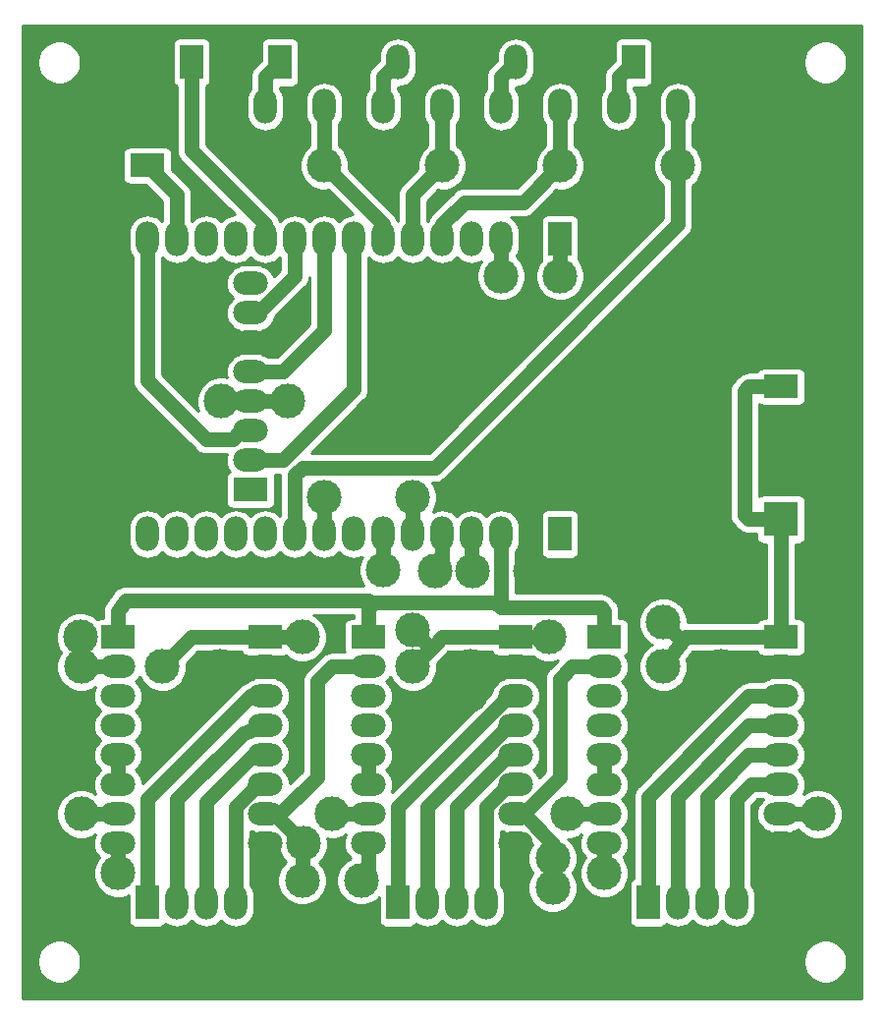
<source format=gbr>
G04 #@! TF.GenerationSoftware,KiCad,Pcbnew,(5.1.5-0)*
G04 #@! TF.CreationDate,2022-07-15T17:24:00+01:00*
G04 #@! TF.ProjectId,Esp32_Cnc_Shield_30Pin,45737033-325f-4436-9e63-5f536869656c,rev?*
G04 #@! TF.SameCoordinates,Original*
G04 #@! TF.FileFunction,Copper,L4,Bot*
G04 #@! TF.FilePolarity,Positive*
%FSLAX46Y46*%
G04 Gerber Fmt 4.6, Leading zero omitted, Abs format (unit mm)*
G04 Created by KiCad (PCBNEW (5.1.5-0)) date 2022-07-15 17:24:00*
%MOMM*%
%LPD*%
G04 APERTURE LIST*
%ADD10C,3.000000*%
%ADD11R,3.000000X3.000000*%
%ADD12O,2.000000X3.000000*%
%ADD13R,2.000000X3.000000*%
%ADD14O,3.000000X2.000000*%
%ADD15R,3.000000X2.000000*%
%ADD16C,1.270000*%
%ADD17C,0.254000*%
G04 APERTURE END LIST*
D10*
X66210000Y47160000D03*
D11*
X66210000Y42080000D03*
D12*
X11600000Y66210000D03*
X14140000Y66210000D03*
X16680000Y66210000D03*
X19220000Y66210000D03*
X21760000Y66210000D03*
X24300000Y66210000D03*
X26840000Y66210000D03*
X29380000Y66210000D03*
X31920000Y66210000D03*
X34460000Y66210000D03*
X37000000Y66210000D03*
X39540000Y66210000D03*
X42080000Y66210000D03*
X44620000Y66210000D03*
D13*
X47160000Y66210000D03*
D12*
X11600000Y40810000D03*
X14140000Y40810000D03*
X16680000Y40810000D03*
X19220000Y40810000D03*
X21760000Y40810000D03*
X24300000Y40810000D03*
X26840000Y40810000D03*
X29380000Y40810000D03*
X31920000Y40810000D03*
X34460000Y40810000D03*
X37000000Y40810000D03*
X39540000Y40810000D03*
X42080000Y40810000D03*
X44620000Y40810000D03*
D13*
X47160000Y40810000D03*
D12*
X52240000Y77640000D03*
X57320000Y77640000D03*
X31920000Y77640000D03*
X37000000Y77640000D03*
X42080000Y77640000D03*
X47160000Y77640000D03*
X21760000Y77640000D03*
X26840000Y77640000D03*
D14*
X20490000Y62400000D03*
X20490000Y59860000D03*
X20490000Y57320000D03*
X20490000Y54780000D03*
X20490000Y52240000D03*
X20490000Y49700000D03*
X20490000Y47160000D03*
D15*
X20490000Y44620000D03*
D12*
X40810000Y9060000D03*
X38270000Y9060000D03*
X35730000Y9060000D03*
D13*
X33190000Y9060000D03*
D12*
X62400000Y9060000D03*
X59860000Y9060000D03*
X57320000Y9060000D03*
D13*
X54780000Y9060000D03*
D12*
X17950000Y81450000D03*
D13*
X15410000Y81450000D03*
D14*
X11600000Y75100000D03*
D15*
X11600000Y72560000D03*
D12*
X19220000Y9060000D03*
X16680000Y9060000D03*
X14140000Y9060000D03*
D13*
X11600000Y9060000D03*
D14*
X43350000Y14140000D03*
X43350000Y16680000D03*
X43350000Y19220000D03*
X43350000Y21760000D03*
X43350000Y24300000D03*
X43350000Y26840000D03*
X43350000Y29380000D03*
D15*
X43350000Y31920000D03*
D12*
X25570000Y81450000D03*
D13*
X23030000Y81450000D03*
D12*
X43350000Y81450000D03*
D13*
X45890000Y81450000D03*
D12*
X56050000Y81450000D03*
D13*
X53510000Y81450000D03*
D14*
X66210000Y14140000D03*
X66210000Y16680000D03*
X66210000Y19220000D03*
X66210000Y21760000D03*
X66210000Y24300000D03*
X66210000Y26840000D03*
X66210000Y29380000D03*
D15*
X66210000Y31920000D03*
D12*
X33190000Y81450000D03*
D13*
X35730000Y81450000D03*
D14*
X21760000Y14140000D03*
X21760000Y16680000D03*
X21760000Y19220000D03*
X21760000Y21760000D03*
X21760000Y24300000D03*
X21760000Y26840000D03*
X21760000Y29380000D03*
D15*
X21760000Y31920000D03*
D14*
X66210000Y56050000D03*
D15*
X66210000Y53510000D03*
D14*
X50970000Y14140000D03*
X50970000Y16680000D03*
X50970000Y19220000D03*
X50970000Y21760000D03*
X50970000Y24300000D03*
X50970000Y26840000D03*
X50970000Y29380000D03*
D15*
X50970000Y31920000D03*
D14*
X30650000Y14140000D03*
X30650000Y16680000D03*
X30650000Y19220000D03*
X30650000Y21760000D03*
X30650000Y24300000D03*
X30650000Y26840000D03*
X30650000Y29380000D03*
D15*
X30650000Y31920000D03*
D14*
X9060000Y14140000D03*
X9060000Y16680000D03*
X9060000Y19220000D03*
X9060000Y21760000D03*
X9060000Y24300000D03*
X9060000Y26840000D03*
X9060000Y29380000D03*
D15*
X9060000Y31920000D03*
D10*
X51820000Y72560000D03*
X57320000Y72560000D03*
X31500000Y72560000D03*
X37000000Y72560000D03*
X41660000Y72560000D03*
X47160000Y72560000D03*
X21340000Y72560000D03*
X26840000Y72560000D03*
X39460000Y29380000D03*
X34460000Y29380000D03*
X61050000Y29380000D03*
X56050000Y29380000D03*
X17870000Y29380000D03*
X12870000Y29380000D03*
X16680000Y57320000D03*
X8425000Y57320000D03*
X39445640Y26934360D03*
X15410000Y26205000D03*
X44620000Y43985000D03*
X44620000Y37635000D03*
X24935000Y31920000D03*
X34460000Y32555000D03*
X46199989Y31920000D03*
X56050000Y33190000D03*
X50970000Y11600000D03*
X26840000Y43985000D03*
X27475000Y16680000D03*
X31920000Y37710022D03*
X47795000Y16680000D03*
X34460000Y43985000D03*
X9060000Y11600000D03*
X36365000Y37635000D03*
X5885000Y16680000D03*
X39615013Y37635000D03*
X47160000Y63035000D03*
X23665000Y52240000D03*
X5885000Y29380000D03*
X25010000Y14140000D03*
X46525000Y12870000D03*
X24935000Y10965000D03*
X69385000Y16680000D03*
X46525000Y10330000D03*
X17950000Y52240000D03*
X5809998Y31920000D03*
X30015000Y10965000D03*
X42080000Y63035000D03*
D16*
X66210000Y29380000D02*
X61050000Y29380000D01*
X43350000Y29380000D02*
X39460000Y29380000D01*
X21760000Y29380000D02*
X17870000Y29380000D01*
X20490000Y57320000D02*
X16680000Y57320000D01*
X39460000Y29380000D02*
X39460000Y26948720D01*
X39460000Y26948720D02*
X39445640Y26934360D01*
X15410000Y26920000D02*
X17870000Y29380000D01*
X15410000Y26205000D02*
X15410000Y26920000D01*
X66210000Y31920000D02*
X58590000Y31920000D01*
X43350000Y31920000D02*
X37000000Y31920000D01*
X15410000Y31920000D02*
X12870000Y29380000D01*
X21760000Y31920000D02*
X15410000Y31920000D01*
X66210000Y31920000D02*
X66210000Y42080000D01*
X63440000Y53510000D02*
X63035000Y53105000D01*
X66210000Y53510000D02*
X63440000Y53510000D01*
X63440000Y42080000D02*
X66210000Y42080000D01*
X63035000Y42485000D02*
X63440000Y42080000D01*
X63035000Y53105000D02*
X63035000Y42485000D01*
X21760000Y31920000D02*
X24935000Y31920000D01*
X35959999Y31055001D02*
X36135001Y31055001D01*
X36135001Y31055001D02*
X36365000Y31285000D01*
X34460000Y32555000D02*
X35959999Y31055001D01*
X36365000Y31285000D02*
X34460000Y29380000D01*
X37000000Y31920000D02*
X36365000Y31285000D01*
X43350000Y31920000D02*
X46199989Y31920000D01*
X57725001Y31690001D02*
X57955000Y31920000D01*
X57955000Y31920000D02*
X56050000Y29380000D01*
X57549999Y31690001D02*
X57725001Y31690001D01*
X56050000Y33190000D02*
X57549999Y31690001D01*
X58590000Y31920000D02*
X57955000Y31920000D01*
X26840000Y77640000D02*
X26840000Y72560000D01*
X31920000Y66210000D02*
X31920000Y67480000D01*
X31920000Y67480000D02*
X26840000Y72560000D01*
X37000000Y66210000D02*
X37000000Y66835806D01*
X43985000Y69385000D02*
X47160000Y72560000D01*
X38905000Y69385000D02*
X43985000Y69385000D01*
X37000000Y67480000D02*
X38905000Y69385000D01*
X37000000Y66210000D02*
X37000000Y67480000D01*
X47160000Y77640000D02*
X47160000Y72560000D01*
X34460000Y70020000D02*
X37000000Y72560000D01*
X34460000Y66210000D02*
X34460000Y70020000D01*
X37000000Y77640000D02*
X37000000Y72560000D01*
X57320000Y77640000D02*
X57320000Y72560000D01*
X57320000Y70438680D02*
X57320000Y72560000D01*
X24953561Y46543561D02*
X36383561Y46543561D01*
X36383561Y46543561D02*
X57320000Y67480000D01*
X57320000Y67480000D02*
X57320000Y70438680D01*
X24300000Y40810000D02*
X24300000Y45890000D01*
X24300000Y45890000D02*
X24953561Y46543561D01*
X50970000Y14140000D02*
X50970000Y11600000D01*
X26840000Y40810000D02*
X26840000Y43985000D01*
X30650000Y16680000D02*
X27475000Y16680000D01*
X31920000Y38040000D02*
X31920000Y40810000D01*
X31590022Y37710022D02*
X31920000Y38040000D01*
X31920000Y37710022D02*
X31590022Y37710022D01*
X50970000Y16680000D02*
X47795000Y16680000D01*
X34460000Y40810000D02*
X34460000Y43985000D01*
X9060000Y14140000D02*
X9060000Y11600000D01*
X37000000Y38270000D02*
X36365000Y37635000D01*
X37000000Y40810000D02*
X37000000Y38270000D01*
X9060000Y16680000D02*
X5885000Y16680000D01*
X39540000Y40810000D02*
X39540000Y37710013D01*
X39540000Y37710013D02*
X39615013Y37635000D01*
X50970000Y34190000D02*
X50970000Y31920000D01*
X42080000Y40810000D02*
X42080000Y34460000D01*
X42080000Y34460000D02*
X50700000Y34460000D01*
X50700000Y34460000D02*
X50970000Y34190000D01*
X30650000Y34460000D02*
X31130001Y34940001D01*
X31130001Y34940001D02*
X41599999Y34940001D01*
X41599999Y34940001D02*
X42080000Y34460000D01*
X30650000Y35095000D02*
X30650000Y34460000D01*
X30650000Y31920000D02*
X30650000Y35095000D01*
X9695000Y35095000D02*
X30650000Y35095000D01*
X9060000Y34190000D02*
X9695000Y35095000D01*
X9060000Y31920000D02*
X9060000Y34190000D01*
X9060000Y21760000D02*
X9060000Y19220000D01*
X47160000Y66210000D02*
X47160000Y63035000D01*
X23665000Y52240000D02*
X20490000Y52240000D01*
X48200000Y29380000D02*
X50970000Y29380000D01*
X47150806Y28330806D02*
X48200000Y29380000D01*
X47150806Y19855000D02*
X47150806Y28330806D01*
X43975806Y16680000D02*
X47150806Y19855000D01*
X43350000Y16680000D02*
X43975806Y16680000D01*
X27475000Y29380000D02*
X30650000Y29380000D01*
X26205000Y28110000D02*
X27475000Y29380000D01*
X23030000Y16680000D02*
X26205000Y19855000D01*
X26205000Y19855000D02*
X26205000Y28110000D01*
X21760000Y16680000D02*
X23030000Y16680000D01*
X9060000Y29380000D02*
X5885000Y29380000D01*
X22470000Y16680000D02*
X21760000Y16680000D01*
X25010000Y14140000D02*
X22470000Y16680000D01*
X46525000Y14130806D02*
X46525000Y12870000D01*
X43975806Y16680000D02*
X46525000Y14130806D01*
X66210000Y16680000D02*
X69385000Y16680000D01*
X46525000Y10330000D02*
X46525000Y12870000D01*
X24935000Y14065000D02*
X25010000Y14140000D01*
X24935000Y10965000D02*
X24935000Y14065000D01*
X20490000Y52240000D02*
X17950000Y52240000D01*
X5809998Y29455002D02*
X5885000Y29380000D01*
X5809998Y31920000D02*
X5809998Y29455002D01*
X18940196Y48972168D02*
X16650594Y48972168D01*
X20490000Y49700000D02*
X19668028Y49700000D01*
X16650594Y48972168D02*
X11600000Y54022762D01*
X11600000Y63440000D02*
X11600000Y66210000D01*
X11600000Y54022762D02*
X11600000Y63440000D01*
X19668028Y49700000D02*
X18940196Y48972168D01*
X14140000Y70020000D02*
X11600000Y72560000D01*
X14140000Y66210000D02*
X14140000Y70020000D01*
X21760000Y66210000D02*
X21760000Y67480000D01*
X15410000Y73830000D02*
X15410000Y81450000D01*
X21760000Y67480000D02*
X15410000Y73830000D01*
X24300000Y63440000D02*
X24300000Y66210000D01*
X24300000Y63044194D02*
X24300000Y63440000D01*
X21115806Y59860000D02*
X24300000Y63044194D01*
X20490000Y59860000D02*
X21115806Y59860000D01*
X26840000Y63440000D02*
X26840000Y66210000D01*
X23260000Y54780000D02*
X26840000Y58360000D01*
X26840000Y58360000D02*
X26840000Y63440000D01*
X20490000Y54780000D02*
X23260000Y54780000D01*
X23260000Y47160000D02*
X29380000Y53280000D01*
X29380000Y53280000D02*
X29380000Y63440000D01*
X20490000Y47160000D02*
X23260000Y47160000D01*
X29380000Y63440000D02*
X29380000Y66210000D01*
X30650000Y11600000D02*
X30015000Y10965000D01*
X30650000Y14140000D02*
X30650000Y11600000D01*
X42080000Y63035000D02*
X42080000Y66210000D01*
X30650000Y21760000D02*
X30650000Y19220000D01*
X50970000Y21760000D02*
X50970000Y19220000D01*
X21134194Y19220000D02*
X19220000Y17305806D01*
X19220000Y11830000D02*
X19220000Y9060000D01*
X19220000Y17305806D02*
X19220000Y11830000D01*
X21760000Y19220000D02*
X21134194Y19220000D01*
X20743814Y21760000D02*
X16680000Y17696186D01*
X16680000Y11830000D02*
X16680000Y9060000D01*
X16680000Y17696186D02*
X16680000Y11830000D01*
X21760000Y21760000D02*
X20743814Y21760000D01*
X14140000Y11830000D02*
X14140000Y9060000D01*
X14140000Y17950000D02*
X14140000Y11830000D01*
X19855000Y23665000D02*
X14140000Y17950000D01*
X21760000Y24300000D02*
X19855000Y23665000D01*
X21760000Y26840000D02*
X20490000Y26840000D01*
X11600000Y17950000D02*
X11600000Y9060000D01*
X20490000Y26840000D02*
X11600000Y17950000D01*
X31920000Y80180000D02*
X33190000Y81450000D01*
X31920000Y77640000D02*
X31920000Y80180000D01*
X66210000Y19220000D02*
X63670000Y19220000D01*
X63670000Y19220000D02*
X62400000Y17950000D01*
X62400000Y17950000D02*
X62400000Y9060000D01*
X59860000Y11830000D02*
X59860000Y9060000D01*
X59860000Y18180000D02*
X59860000Y11830000D01*
X63440000Y21760000D02*
X59860000Y18180000D01*
X66210000Y21760000D02*
X63440000Y21760000D01*
X57320000Y11830000D02*
X57320000Y9060000D01*
X57320000Y18180000D02*
X57320000Y11830000D01*
X63440000Y24300000D02*
X57320000Y18180000D01*
X66210000Y24300000D02*
X63440000Y24300000D01*
X54780000Y11830000D02*
X54780000Y9060000D01*
X54780000Y18180000D02*
X54780000Y11830000D01*
X63440000Y26840000D02*
X54780000Y18180000D01*
X66210000Y26840000D02*
X63440000Y26840000D01*
X52240000Y80180000D02*
X53510000Y81450000D01*
X52240000Y77640000D02*
X52240000Y80180000D01*
X42080000Y80180000D02*
X43350000Y81450000D01*
X42080000Y77640000D02*
X42080000Y80180000D01*
X21760000Y80180000D02*
X23030000Y81450000D01*
X21760000Y77640000D02*
X21760000Y80180000D01*
X40810000Y11830000D02*
X40810000Y9060000D01*
X40810000Y17305806D02*
X40810000Y11830000D01*
X42724194Y19220000D02*
X40810000Y17305806D01*
X43350000Y19220000D02*
X42724194Y19220000D01*
X38270000Y11830000D02*
X38270000Y9060000D01*
X38270000Y17305806D02*
X38270000Y11830000D01*
X42724194Y21760000D02*
X38270000Y17305806D01*
X43350000Y21760000D02*
X42724194Y21760000D01*
X35730000Y11830000D02*
X35730000Y9060000D01*
X35730000Y17305806D02*
X35730000Y11830000D01*
X42724194Y24300000D02*
X35730000Y17305806D01*
X43350000Y24300000D02*
X42724194Y24300000D01*
X33190000Y11830000D02*
X33190000Y9060000D01*
X33190000Y17305806D02*
X33190000Y11830000D01*
X43350000Y26840000D02*
X42724194Y26840000D01*
X42724194Y26840000D02*
X33190000Y17305806D01*
D17*
G36*
X73170000Y830000D02*
G01*
X830000Y830000D01*
X830000Y4165656D01*
X2095000Y4165656D01*
X2095000Y3794344D01*
X2167439Y3430166D01*
X2309534Y3087118D01*
X2515825Y2778382D01*
X2778382Y2515825D01*
X3087118Y2309534D01*
X3430166Y2167439D01*
X3794344Y2095000D01*
X4165656Y2095000D01*
X4529834Y2167439D01*
X4872882Y2309534D01*
X5181618Y2515825D01*
X5444175Y2778382D01*
X5650466Y3087118D01*
X5792561Y3430166D01*
X5865000Y3794344D01*
X5865000Y4165656D01*
X68135000Y4165656D01*
X68135000Y3794344D01*
X68207439Y3430166D01*
X68349534Y3087118D01*
X68555825Y2778382D01*
X68818382Y2515825D01*
X69127118Y2309534D01*
X69470166Y2167439D01*
X69834344Y2095000D01*
X70205656Y2095000D01*
X70569834Y2167439D01*
X70912882Y2309534D01*
X71221618Y2515825D01*
X71484175Y2778382D01*
X71690466Y3087118D01*
X71832561Y3430166D01*
X71905000Y3794344D01*
X71905000Y4165656D01*
X71832561Y4529834D01*
X71690466Y4872882D01*
X71484175Y5181618D01*
X71221618Y5444175D01*
X70912882Y5650466D01*
X70569834Y5792561D01*
X70205656Y5865000D01*
X69834344Y5865000D01*
X69470166Y5792561D01*
X69127118Y5650466D01*
X68818382Y5444175D01*
X68555825Y5181618D01*
X68349534Y4872882D01*
X68207439Y4529834D01*
X68135000Y4165656D01*
X5865000Y4165656D01*
X5792561Y4529834D01*
X5650466Y4872882D01*
X5444175Y5181618D01*
X5181618Y5444175D01*
X4872882Y5650466D01*
X4529834Y5792561D01*
X4165656Y5865000D01*
X3794344Y5865000D01*
X3430166Y5792561D01*
X3087118Y5650466D01*
X2778382Y5444175D01*
X2515825Y5181618D01*
X2309534Y4872882D01*
X2167439Y4529834D01*
X2095000Y4165656D01*
X830000Y4165656D01*
X830000Y32130279D01*
X3674998Y32130279D01*
X3674998Y31709721D01*
X3757045Y31297244D01*
X3917986Y30908698D01*
X4128343Y30593876D01*
X3992988Y30391302D01*
X3832047Y30002756D01*
X3750000Y29590279D01*
X3750000Y29169721D01*
X3832047Y28757244D01*
X3992988Y28368698D01*
X4226637Y28019017D01*
X4524017Y27721637D01*
X4873698Y27487988D01*
X5262244Y27327047D01*
X5674721Y27245000D01*
X6095279Y27245000D01*
X6507756Y27327047D01*
X6896302Y27487988D01*
X7139200Y27650287D01*
X7042148Y27468715D01*
X6948657Y27160516D01*
X6917089Y26840000D01*
X6948657Y26519484D01*
X7042148Y26211285D01*
X7193969Y25927248D01*
X7398286Y25678286D01*
X7530233Y25570000D01*
X7398286Y25461714D01*
X7193969Y25212752D01*
X7042148Y24928715D01*
X6948657Y24620516D01*
X6917089Y24300000D01*
X6948657Y23979484D01*
X7042148Y23671285D01*
X7193969Y23387248D01*
X7398286Y23138286D01*
X7530233Y23030000D01*
X7398286Y22921714D01*
X7193969Y22672752D01*
X7042148Y22388715D01*
X6948657Y22080516D01*
X6917089Y21760000D01*
X6948657Y21439484D01*
X7042148Y21131285D01*
X7193969Y20847248D01*
X7398286Y20598286D01*
X7530233Y20490000D01*
X7398286Y20381714D01*
X7193969Y20132752D01*
X7042148Y19848715D01*
X6948657Y19540516D01*
X6917089Y19220000D01*
X6948657Y18899484D01*
X7042148Y18591285D01*
X7139200Y18409713D01*
X6896302Y18572012D01*
X6507756Y18732953D01*
X6095279Y18815000D01*
X5674721Y18815000D01*
X5262244Y18732953D01*
X4873698Y18572012D01*
X4524017Y18338363D01*
X4226637Y18040983D01*
X3992988Y17691302D01*
X3832047Y17302756D01*
X3750000Y16890279D01*
X3750000Y16469721D01*
X3832047Y16057244D01*
X3992988Y15668698D01*
X4226637Y15319017D01*
X4524017Y15021637D01*
X4873698Y14787988D01*
X5262244Y14627047D01*
X5674721Y14545000D01*
X6095279Y14545000D01*
X6507756Y14627047D01*
X6896302Y14787988D01*
X7139200Y14950287D01*
X7042148Y14768715D01*
X6948657Y14460516D01*
X6917089Y14140000D01*
X6948657Y13819484D01*
X7042148Y13511285D01*
X7193969Y13227248D01*
X7398286Y12978286D01*
X7409630Y12968976D01*
X7401637Y12960983D01*
X7167988Y12611302D01*
X7007047Y12222756D01*
X6925000Y11810279D01*
X6925000Y11389721D01*
X7007047Y10977244D01*
X7167988Y10588698D01*
X7401637Y10239017D01*
X7699017Y9941637D01*
X8048698Y9707988D01*
X8437244Y9547047D01*
X8849721Y9465000D01*
X9270279Y9465000D01*
X9682756Y9547047D01*
X9961928Y9662684D01*
X9961928Y7560000D01*
X9974188Y7435518D01*
X10010498Y7315820D01*
X10069463Y7205506D01*
X10148815Y7108815D01*
X10245506Y7029463D01*
X10355820Y6970498D01*
X10475518Y6934188D01*
X10600000Y6921928D01*
X12600000Y6921928D01*
X12724482Y6934188D01*
X12844180Y6970498D01*
X12954494Y7029463D01*
X13051185Y7108815D01*
X13130537Y7205506D01*
X13155739Y7252655D01*
X13227249Y7193969D01*
X13511286Y7042148D01*
X13819485Y6948657D01*
X14140000Y6917089D01*
X14460516Y6948657D01*
X14768715Y7042148D01*
X15052752Y7193969D01*
X15301714Y7398286D01*
X15410001Y7530234D01*
X15518287Y7398286D01*
X15767249Y7193969D01*
X16051286Y7042148D01*
X16359485Y6948657D01*
X16680000Y6917089D01*
X17000516Y6948657D01*
X17308715Y7042148D01*
X17592752Y7193969D01*
X17841714Y7398286D01*
X17950001Y7530234D01*
X18058287Y7398286D01*
X18307249Y7193969D01*
X18591286Y7042148D01*
X18899485Y6948657D01*
X19220000Y6917089D01*
X19540516Y6948657D01*
X19848715Y7042148D01*
X20132752Y7193969D01*
X20381714Y7398286D01*
X20586031Y7647248D01*
X20737852Y7931285D01*
X20831343Y8239484D01*
X20855000Y8479678D01*
X20855000Y9640322D01*
X20831343Y9880516D01*
X20737852Y10188715D01*
X20586031Y10472752D01*
X20490000Y10589767D01*
X20490000Y15237666D01*
X20631285Y15162148D01*
X20939484Y15068657D01*
X21179678Y15045000D01*
X22308950Y15045000D01*
X22896348Y14457602D01*
X22875000Y14350279D01*
X22875000Y13929721D01*
X22957047Y13517244D01*
X23117988Y13128698D01*
X23351637Y12779017D01*
X23540654Y12590000D01*
X23276637Y12325983D01*
X23042988Y11976302D01*
X22882047Y11587756D01*
X22800000Y11175279D01*
X22800000Y10754721D01*
X22882047Y10342244D01*
X23042988Y9953698D01*
X23276637Y9604017D01*
X23574017Y9306637D01*
X23923698Y9072988D01*
X24312244Y8912047D01*
X24724721Y8830000D01*
X25145279Y8830000D01*
X25557756Y8912047D01*
X25946302Y9072988D01*
X26295983Y9306637D01*
X26593363Y9604017D01*
X26827012Y9953698D01*
X26987953Y10342244D01*
X27070000Y10754721D01*
X27070000Y11175279D01*
X26987953Y11587756D01*
X26827012Y11976302D01*
X26593363Y12325983D01*
X26404346Y12515000D01*
X26668363Y12779017D01*
X26902012Y13128698D01*
X27062953Y13517244D01*
X27145000Y13929721D01*
X27145000Y14350279D01*
X27099740Y14577817D01*
X27264721Y14545000D01*
X27685279Y14545000D01*
X28097756Y14627047D01*
X28486302Y14787988D01*
X28729200Y14950287D01*
X28632148Y14768715D01*
X28538657Y14460516D01*
X28507089Y14140000D01*
X28538657Y13819484D01*
X28632148Y13511285D01*
X28783969Y13227248D01*
X28988286Y12978286D01*
X29091662Y12893448D01*
X29003698Y12857012D01*
X28654017Y12623363D01*
X28356637Y12325983D01*
X28122988Y11976302D01*
X27962047Y11587756D01*
X27880000Y11175279D01*
X27880000Y10754721D01*
X27962047Y10342244D01*
X28122988Y9953698D01*
X28356637Y9604017D01*
X28654017Y9306637D01*
X29003698Y9072988D01*
X29392244Y8912047D01*
X29804721Y8830000D01*
X30225279Y8830000D01*
X30637756Y8912047D01*
X31026302Y9072988D01*
X31375983Y9306637D01*
X31551928Y9482582D01*
X31551928Y7560000D01*
X31564188Y7435518D01*
X31600498Y7315820D01*
X31659463Y7205506D01*
X31738815Y7108815D01*
X31835506Y7029463D01*
X31945820Y6970498D01*
X32065518Y6934188D01*
X32190000Y6921928D01*
X34190000Y6921928D01*
X34314482Y6934188D01*
X34434180Y6970498D01*
X34544494Y7029463D01*
X34641185Y7108815D01*
X34720537Y7205506D01*
X34745739Y7252655D01*
X34817249Y7193969D01*
X35101286Y7042148D01*
X35409485Y6948657D01*
X35730000Y6917089D01*
X36050516Y6948657D01*
X36358715Y7042148D01*
X36642752Y7193969D01*
X36891714Y7398286D01*
X37000001Y7530234D01*
X37108287Y7398286D01*
X37357249Y7193969D01*
X37641286Y7042148D01*
X37949485Y6948657D01*
X38270000Y6917089D01*
X38590516Y6948657D01*
X38898715Y7042148D01*
X39182752Y7193969D01*
X39431714Y7398286D01*
X39540001Y7530234D01*
X39648287Y7398286D01*
X39897249Y7193969D01*
X40181286Y7042148D01*
X40489485Y6948657D01*
X40810000Y6917089D01*
X41130516Y6948657D01*
X41438715Y7042148D01*
X41722752Y7193969D01*
X41971714Y7398286D01*
X42176031Y7647248D01*
X42327852Y7931285D01*
X42421343Y8239484D01*
X42445000Y8479678D01*
X42445000Y9640322D01*
X42421343Y9880516D01*
X42327852Y10188715D01*
X42176031Y10472752D01*
X42080000Y10589767D01*
X42080000Y15237666D01*
X42221285Y15162148D01*
X42529484Y15068657D01*
X42769678Y15045000D01*
X43814755Y15045000D01*
X44771362Y14088393D01*
X44632988Y13881302D01*
X44472047Y13492756D01*
X44390000Y13080279D01*
X44390000Y12659721D01*
X44472047Y12247244D01*
X44632988Y11858698D01*
X44805844Y11600000D01*
X44632988Y11341302D01*
X44472047Y10952756D01*
X44390000Y10540279D01*
X44390000Y10119721D01*
X44472047Y9707244D01*
X44632988Y9318698D01*
X44866637Y8969017D01*
X45164017Y8671637D01*
X45513698Y8437988D01*
X45902244Y8277047D01*
X46314721Y8195000D01*
X46735279Y8195000D01*
X47147756Y8277047D01*
X47536302Y8437988D01*
X47885983Y8671637D01*
X48183363Y8969017D01*
X48417012Y9318698D01*
X48577953Y9707244D01*
X48660000Y10119721D01*
X48660000Y10540279D01*
X48577953Y10952756D01*
X48417012Y11341302D01*
X48244156Y11600000D01*
X48417012Y11858698D01*
X48577953Y12247244D01*
X48660000Y12659721D01*
X48660000Y13080279D01*
X48577953Y13492756D01*
X48417012Y13881302D01*
X48183363Y14230983D01*
X47885983Y14528363D01*
X47861084Y14545000D01*
X48005279Y14545000D01*
X48417756Y14627047D01*
X48806302Y14787988D01*
X49049200Y14950287D01*
X48952148Y14768715D01*
X48858657Y14460516D01*
X48827089Y14140000D01*
X48858657Y13819484D01*
X48952148Y13511285D01*
X49103969Y13227248D01*
X49308286Y12978286D01*
X49319630Y12968976D01*
X49311637Y12960983D01*
X49077988Y12611302D01*
X48917047Y12222756D01*
X48835000Y11810279D01*
X48835000Y11389721D01*
X48917047Y10977244D01*
X49077988Y10588698D01*
X49311637Y10239017D01*
X49609017Y9941637D01*
X49958698Y9707988D01*
X50347244Y9547047D01*
X50759721Y9465000D01*
X51180279Y9465000D01*
X51592756Y9547047D01*
X51981302Y9707988D01*
X52330983Y9941637D01*
X52628363Y10239017D01*
X52842836Y10560000D01*
X53141928Y10560000D01*
X53141928Y7560000D01*
X53154188Y7435518D01*
X53190498Y7315820D01*
X53249463Y7205506D01*
X53328815Y7108815D01*
X53425506Y7029463D01*
X53535820Y6970498D01*
X53655518Y6934188D01*
X53780000Y6921928D01*
X55780000Y6921928D01*
X55904482Y6934188D01*
X56024180Y6970498D01*
X56134494Y7029463D01*
X56231185Y7108815D01*
X56310537Y7205506D01*
X56335739Y7252655D01*
X56407249Y7193969D01*
X56691286Y7042148D01*
X56999485Y6948657D01*
X57320000Y6917089D01*
X57640516Y6948657D01*
X57948715Y7042148D01*
X58232752Y7193969D01*
X58481714Y7398286D01*
X58590001Y7530234D01*
X58698287Y7398286D01*
X58947249Y7193969D01*
X59231286Y7042148D01*
X59539485Y6948657D01*
X59860000Y6917089D01*
X60180516Y6948657D01*
X60488715Y7042148D01*
X60772752Y7193969D01*
X61021714Y7398286D01*
X61130001Y7530234D01*
X61238287Y7398286D01*
X61487249Y7193969D01*
X61771286Y7042148D01*
X62079485Y6948657D01*
X62400000Y6917089D01*
X62720516Y6948657D01*
X63028715Y7042148D01*
X63312752Y7193969D01*
X63561714Y7398286D01*
X63766031Y7647248D01*
X63917852Y7931285D01*
X64011343Y8239484D01*
X64035000Y8479678D01*
X64035000Y9640322D01*
X64011343Y9880516D01*
X63917852Y10188715D01*
X63766031Y10472752D01*
X63670000Y10589767D01*
X63670000Y17423950D01*
X64196051Y17950000D01*
X64680233Y17950000D01*
X64548286Y17841714D01*
X64343969Y17592752D01*
X64192148Y17308715D01*
X64098657Y17000516D01*
X64067089Y16680000D01*
X64098657Y16359484D01*
X64192148Y16051285D01*
X64343969Y15767248D01*
X64548286Y15518286D01*
X64797248Y15313969D01*
X65081285Y15162148D01*
X65389484Y15068657D01*
X65629678Y15045000D01*
X66790322Y15045000D01*
X67030516Y15068657D01*
X67338715Y15162148D01*
X67622752Y15313969D01*
X67692024Y15370819D01*
X67726637Y15319017D01*
X68024017Y15021637D01*
X68373698Y14787988D01*
X68762244Y14627047D01*
X69174721Y14545000D01*
X69595279Y14545000D01*
X70007756Y14627047D01*
X70396302Y14787988D01*
X70745983Y15021637D01*
X71043363Y15319017D01*
X71277012Y15668698D01*
X71437953Y16057244D01*
X71520000Y16469721D01*
X71520000Y16890279D01*
X71437953Y17302756D01*
X71277012Y17691302D01*
X71043363Y18040983D01*
X70745983Y18338363D01*
X70396302Y18572012D01*
X70007756Y18732953D01*
X69595279Y18815000D01*
X69174721Y18815000D01*
X68762244Y18732953D01*
X68373698Y18572012D01*
X68130800Y18409713D01*
X68227852Y18591285D01*
X68321343Y18899484D01*
X68352911Y19220000D01*
X68321343Y19540516D01*
X68227852Y19848715D01*
X68076031Y20132752D01*
X67871714Y20381714D01*
X67739767Y20490000D01*
X67871714Y20598286D01*
X68076031Y20847248D01*
X68227852Y21131285D01*
X68321343Y21439484D01*
X68352911Y21760000D01*
X68321343Y22080516D01*
X68227852Y22388715D01*
X68076031Y22672752D01*
X67871714Y22921714D01*
X67739767Y23030000D01*
X67871714Y23138286D01*
X68076031Y23387248D01*
X68227852Y23671285D01*
X68321343Y23979484D01*
X68352911Y24300000D01*
X68321343Y24620516D01*
X68227852Y24928715D01*
X68076031Y25212752D01*
X67871714Y25461714D01*
X67739767Y25570000D01*
X67871714Y25678286D01*
X68076031Y25927248D01*
X68227852Y26211285D01*
X68321343Y26519484D01*
X68352911Y26840000D01*
X68321343Y27160516D01*
X68227852Y27468715D01*
X68076031Y27752752D01*
X67871714Y28001714D01*
X67622752Y28206031D01*
X67338715Y28357852D01*
X67030516Y28451343D01*
X66790322Y28475000D01*
X65629678Y28475000D01*
X65389484Y28451343D01*
X65081285Y28357852D01*
X64797248Y28206031D01*
X64680233Y28110000D01*
X63502372Y28110000D01*
X63439999Y28116143D01*
X63377626Y28110000D01*
X63377620Y28110000D01*
X63216755Y28094156D01*
X63191036Y28091623D01*
X63118416Y28069594D01*
X62951641Y28019003D01*
X62731012Y27901075D01*
X62537630Y27742370D01*
X62497863Y27693914D01*
X53926091Y19122141D01*
X53877630Y19082370D01*
X53718925Y18888987D01*
X53600997Y18668358D01*
X53553267Y18511012D01*
X53531228Y18438359D01*
X53528377Y18428962D01*
X53510000Y18242379D01*
X53510000Y18242373D01*
X53503857Y18180000D01*
X53510000Y18117627D01*
X53510001Y11892389D01*
X53510000Y11892379D01*
X53510000Y11135701D01*
X53425506Y11090537D01*
X53328815Y11011185D01*
X53249463Y10914494D01*
X53190498Y10804180D01*
X53154188Y10684482D01*
X53141928Y10560000D01*
X52842836Y10560000D01*
X52862012Y10588698D01*
X53022953Y10977244D01*
X53105000Y11389721D01*
X53105000Y11810279D01*
X53022953Y12222756D01*
X52862012Y12611302D01*
X52628363Y12960983D01*
X52620370Y12968976D01*
X52631714Y12978286D01*
X52836031Y13227248D01*
X52987852Y13511285D01*
X53081343Y13819484D01*
X53112911Y14140000D01*
X53081343Y14460516D01*
X52987852Y14768715D01*
X52836031Y15052752D01*
X52631714Y15301714D01*
X52499767Y15410000D01*
X52631714Y15518286D01*
X52836031Y15767248D01*
X52987852Y16051285D01*
X53081343Y16359484D01*
X53112911Y16680000D01*
X53081343Y17000516D01*
X52987852Y17308715D01*
X52836031Y17592752D01*
X52631714Y17841714D01*
X52499767Y17950000D01*
X52631714Y18058286D01*
X52836031Y18307248D01*
X52987852Y18591285D01*
X53081343Y18899484D01*
X53112911Y19220000D01*
X53081343Y19540516D01*
X52987852Y19848715D01*
X52836031Y20132752D01*
X52631714Y20381714D01*
X52499767Y20490000D01*
X52631714Y20598286D01*
X52836031Y20847248D01*
X52987852Y21131285D01*
X53081343Y21439484D01*
X53112911Y21760000D01*
X53081343Y22080516D01*
X52987852Y22388715D01*
X52836031Y22672752D01*
X52631714Y22921714D01*
X52499767Y23030000D01*
X52631714Y23138286D01*
X52836031Y23387248D01*
X52987852Y23671285D01*
X53081343Y23979484D01*
X53112911Y24300000D01*
X53081343Y24620516D01*
X52987852Y24928715D01*
X52836031Y25212752D01*
X52631714Y25461714D01*
X52499767Y25570000D01*
X52631714Y25678286D01*
X52836031Y25927248D01*
X52987852Y26211285D01*
X53081343Y26519484D01*
X53112911Y26840000D01*
X53081343Y27160516D01*
X52987852Y27468715D01*
X52836031Y27752752D01*
X52631714Y28001714D01*
X52499767Y28110000D01*
X52631714Y28218286D01*
X52836031Y28467248D01*
X52987852Y28751285D01*
X53081343Y29059484D01*
X53112911Y29380000D01*
X53081343Y29700516D01*
X52987852Y30008715D01*
X52836031Y30292752D01*
X52777345Y30364261D01*
X52824494Y30389463D01*
X52921185Y30468815D01*
X53000537Y30565506D01*
X53059502Y30675820D01*
X53095812Y30795518D01*
X53108072Y30920000D01*
X53108072Y32920000D01*
X53095812Y33044482D01*
X53059502Y33164180D01*
X53000537Y33274494D01*
X52921185Y33371185D01*
X52885734Y33400279D01*
X53915000Y33400279D01*
X53915000Y32979721D01*
X53997047Y32567244D01*
X54157988Y32178698D01*
X54391637Y31829017D01*
X54689017Y31531637D01*
X55038698Y31297988D01*
X55070054Y31285000D01*
X55038698Y31272012D01*
X54689017Y31038363D01*
X54391637Y30740983D01*
X54157988Y30391302D01*
X53997047Y30002756D01*
X53915000Y29590279D01*
X53915000Y29169721D01*
X53997047Y28757244D01*
X54157988Y28368698D01*
X54391637Y28019017D01*
X54689017Y27721637D01*
X55038698Y27487988D01*
X55427244Y27327047D01*
X55839721Y27245000D01*
X56260279Y27245000D01*
X56672756Y27327047D01*
X57061302Y27487988D01*
X57410983Y27721637D01*
X57708363Y28019017D01*
X57942012Y28368698D01*
X58102953Y28757244D01*
X58185000Y29169721D01*
X58185000Y29590279D01*
X58103291Y30001056D01*
X58590000Y30650000D01*
X64134299Y30650000D01*
X64179463Y30565506D01*
X64258815Y30468815D01*
X64355506Y30389463D01*
X64465820Y30330498D01*
X64585518Y30294188D01*
X64710000Y30281928D01*
X67710000Y30281928D01*
X67834482Y30294188D01*
X67954180Y30330498D01*
X68064494Y30389463D01*
X68161185Y30468815D01*
X68240537Y30565506D01*
X68299502Y30675820D01*
X68335812Y30795518D01*
X68348072Y30920000D01*
X68348072Y32920000D01*
X68335812Y33044482D01*
X68299502Y33164180D01*
X68240537Y33274494D01*
X68161185Y33371185D01*
X68064494Y33450537D01*
X67954180Y33509502D01*
X67834482Y33545812D01*
X67710000Y33558072D01*
X67480000Y33558072D01*
X67480000Y39941928D01*
X67710000Y39941928D01*
X67834482Y39954188D01*
X67954180Y39990498D01*
X68064494Y40049463D01*
X68161185Y40128815D01*
X68240537Y40225506D01*
X68299502Y40335820D01*
X68335812Y40455518D01*
X68348072Y40580000D01*
X68348072Y43580000D01*
X68335812Y43704482D01*
X68299502Y43824180D01*
X68240537Y43934494D01*
X68161185Y44031185D01*
X68064494Y44110537D01*
X67954180Y44169502D01*
X67834482Y44205812D01*
X67710000Y44218072D01*
X64710000Y44218072D01*
X64585518Y44205812D01*
X64465820Y44169502D01*
X64355506Y44110537D01*
X64305000Y44069088D01*
X64305000Y52020912D01*
X64355506Y51979463D01*
X64465820Y51920498D01*
X64585518Y51884188D01*
X64710000Y51871928D01*
X67710000Y51871928D01*
X67834482Y51884188D01*
X67954180Y51920498D01*
X68064494Y51979463D01*
X68161185Y52058815D01*
X68240537Y52155506D01*
X68299502Y52265820D01*
X68335812Y52385518D01*
X68348072Y52510000D01*
X68348072Y54510000D01*
X68335812Y54634482D01*
X68299502Y54754180D01*
X68240537Y54864494D01*
X68161185Y54961185D01*
X68064494Y55040537D01*
X67954180Y55099502D01*
X67834482Y55135812D01*
X67710000Y55148072D01*
X64710000Y55148072D01*
X64585518Y55135812D01*
X64465820Y55099502D01*
X64355506Y55040537D01*
X64258815Y54961185D01*
X64179463Y54864494D01*
X64134299Y54780000D01*
X63502372Y54780000D01*
X63439999Y54786143D01*
X63377626Y54780000D01*
X63377620Y54780000D01*
X63216755Y54764156D01*
X63191036Y54761623D01*
X63135318Y54744721D01*
X62951641Y54689003D01*
X62731012Y54571075D01*
X62537630Y54412370D01*
X62497859Y54363909D01*
X62181091Y54047141D01*
X62132630Y54007370D01*
X61973925Y53813987D01*
X61855997Y53593358D01*
X61783377Y53353962D01*
X61765000Y53167379D01*
X61765000Y53167373D01*
X61758857Y53105000D01*
X61765000Y53042627D01*
X61765001Y42547383D01*
X61758857Y42485000D01*
X61783377Y42236037D01*
X61830711Y42080001D01*
X61855998Y41996641D01*
X61973926Y41776012D01*
X62132631Y41582630D01*
X62181087Y41542863D01*
X62497859Y41226091D01*
X62537630Y41177630D01*
X62731012Y41018925D01*
X62951641Y40900997D01*
X63135318Y40845279D01*
X63191036Y40828377D01*
X63216755Y40825844D01*
X63377620Y40810000D01*
X63377626Y40810000D01*
X63439999Y40803857D01*
X63502372Y40810000D01*
X64071928Y40810000D01*
X64071928Y40580000D01*
X64084188Y40455518D01*
X64120498Y40335820D01*
X64179463Y40225506D01*
X64258815Y40128815D01*
X64355506Y40049463D01*
X64465820Y39990498D01*
X64585518Y39954188D01*
X64710000Y39941928D01*
X64940001Y39941928D01*
X64940000Y33558072D01*
X64710000Y33558072D01*
X64585518Y33545812D01*
X64465820Y33509502D01*
X64355506Y33450537D01*
X64258815Y33371185D01*
X64179463Y33274494D01*
X64134299Y33190000D01*
X58185000Y33190000D01*
X58185000Y33400279D01*
X58102953Y33812756D01*
X57942012Y34201302D01*
X57708363Y34550983D01*
X57410983Y34848363D01*
X57061302Y35082012D01*
X56672756Y35242953D01*
X56260279Y35325000D01*
X55839721Y35325000D01*
X55427244Y35242953D01*
X55038698Y35082012D01*
X54689017Y34848363D01*
X54391637Y34550983D01*
X54157988Y34201302D01*
X53997047Y33812756D01*
X53915000Y33400279D01*
X52885734Y33400279D01*
X52824494Y33450537D01*
X52714180Y33509502D01*
X52594482Y33545812D01*
X52470000Y33558072D01*
X52240000Y33558072D01*
X52240000Y34127620D01*
X52246144Y34190000D01*
X52221623Y34438963D01*
X52149003Y34678358D01*
X52149003Y34678359D01*
X52031075Y34898988D01*
X51872370Y35092370D01*
X51823914Y35132137D01*
X51642140Y35313910D01*
X51602370Y35362370D01*
X51408988Y35521075D01*
X51188359Y35639003D01*
X50948963Y35711623D01*
X50762380Y35730000D01*
X50762373Y35730000D01*
X50700000Y35736143D01*
X50637627Y35730000D01*
X43350000Y35730000D01*
X43350000Y39280233D01*
X43446031Y39397248D01*
X43597852Y39681285D01*
X43691343Y39989484D01*
X43715000Y40229678D01*
X43715000Y41390322D01*
X43691343Y41630516D01*
X43597852Y41938715D01*
X43446031Y42222752D01*
X43374429Y42310000D01*
X45521928Y42310000D01*
X45521928Y39310000D01*
X45534188Y39185518D01*
X45570498Y39065820D01*
X45629463Y38955506D01*
X45708815Y38858815D01*
X45805506Y38779463D01*
X45915820Y38720498D01*
X46035518Y38684188D01*
X46160000Y38671928D01*
X48160000Y38671928D01*
X48284482Y38684188D01*
X48404180Y38720498D01*
X48514494Y38779463D01*
X48611185Y38858815D01*
X48690537Y38955506D01*
X48749502Y39065820D01*
X48785812Y39185518D01*
X48798072Y39310000D01*
X48798072Y42310000D01*
X48785812Y42434482D01*
X48749502Y42554180D01*
X48690537Y42664494D01*
X48611185Y42761185D01*
X48514494Y42840537D01*
X48404180Y42899502D01*
X48284482Y42935812D01*
X48160000Y42948072D01*
X46160000Y42948072D01*
X46035518Y42935812D01*
X45915820Y42899502D01*
X45805506Y42840537D01*
X45708815Y42761185D01*
X45629463Y42664494D01*
X45570498Y42554180D01*
X45534188Y42434482D01*
X45521928Y42310000D01*
X43374429Y42310000D01*
X43241714Y42471714D01*
X42992752Y42676031D01*
X42708715Y42827852D01*
X42400516Y42921343D01*
X42080000Y42952911D01*
X41759485Y42921343D01*
X41451286Y42827852D01*
X41167249Y42676031D01*
X40918287Y42471714D01*
X40810001Y42339766D01*
X40701714Y42471714D01*
X40452752Y42676031D01*
X40168715Y42827852D01*
X39860516Y42921343D01*
X39540000Y42952911D01*
X39219485Y42921343D01*
X38911286Y42827852D01*
X38627249Y42676031D01*
X38378287Y42471714D01*
X38270001Y42339766D01*
X38161714Y42471714D01*
X37912752Y42676031D01*
X37628715Y42827852D01*
X37320516Y42921343D01*
X37000000Y42952911D01*
X36679485Y42921343D01*
X36371286Y42827852D01*
X36189712Y42730799D01*
X36352012Y42973698D01*
X36512953Y43362244D01*
X36595000Y43774721D01*
X36595000Y44195279D01*
X36512953Y44607756D01*
X36352012Y44996302D01*
X36166754Y45273561D01*
X36321188Y45273561D01*
X36383561Y45267418D01*
X36445934Y45273561D01*
X36445941Y45273561D01*
X36632524Y45291938D01*
X36871920Y45364558D01*
X37092549Y45482486D01*
X37285931Y45641191D01*
X37325702Y45689652D01*
X58173917Y66537866D01*
X58222370Y66577630D01*
X58381075Y66771012D01*
X58499003Y66991641D01*
X58571623Y67231037D01*
X58590000Y67417620D01*
X58590000Y67417627D01*
X58596143Y67480000D01*
X58590000Y67542373D01*
X58590000Y70840844D01*
X58680983Y70901637D01*
X58978363Y71199017D01*
X59212012Y71548698D01*
X59372953Y71937244D01*
X59455000Y72349721D01*
X59455000Y72770279D01*
X59372953Y73182756D01*
X59212012Y73571302D01*
X58978363Y73920983D01*
X58680983Y74218363D01*
X58590000Y74279156D01*
X58590000Y76110233D01*
X58686031Y76227248D01*
X58837852Y76511285D01*
X58931343Y76819484D01*
X58955000Y77059678D01*
X58955000Y78220322D01*
X58931343Y78460516D01*
X58837852Y78768715D01*
X58686031Y79052752D01*
X58481714Y79301714D01*
X58232752Y79506031D01*
X57948715Y79657852D01*
X57640516Y79751343D01*
X57320000Y79782911D01*
X56999485Y79751343D01*
X56691286Y79657852D01*
X56407249Y79506031D01*
X56158287Y79301714D01*
X55953970Y79052752D01*
X55802148Y78768715D01*
X55708657Y78460516D01*
X55685000Y78220322D01*
X55685000Y77059679D01*
X55708657Y76819485D01*
X55802148Y76511286D01*
X55953969Y76227249D01*
X56050000Y76110234D01*
X56050001Y74279156D01*
X55959017Y74218363D01*
X55661637Y73920983D01*
X55427988Y73571302D01*
X55267047Y73182756D01*
X55185000Y72770279D01*
X55185000Y72349721D01*
X55267047Y71937244D01*
X55427988Y71548698D01*
X55661637Y71199017D01*
X55959017Y70901637D01*
X56050000Y70840844D01*
X56050000Y70376301D01*
X56050001Y70376291D01*
X56050000Y68006051D01*
X35857511Y47813561D01*
X25709611Y47813561D01*
X30233915Y52337864D01*
X30282370Y52377630D01*
X30441075Y52571012D01*
X30559003Y52791641D01*
X30631623Y53031037D01*
X30650000Y53217620D01*
X30650000Y53217626D01*
X30656143Y53279999D01*
X30650000Y53342372D01*
X30650000Y64680234D01*
X30758286Y64548286D01*
X31007248Y64343969D01*
X31291285Y64192148D01*
X31599484Y64098657D01*
X31920000Y64067089D01*
X32240515Y64098657D01*
X32548714Y64192148D01*
X32832751Y64343969D01*
X33081714Y64548286D01*
X33190000Y64680234D01*
X33298286Y64548286D01*
X33547248Y64343969D01*
X33831285Y64192148D01*
X34139484Y64098657D01*
X34460000Y64067089D01*
X34780515Y64098657D01*
X35088714Y64192148D01*
X35372751Y64343969D01*
X35621714Y64548286D01*
X35730000Y64680234D01*
X35838286Y64548286D01*
X36087248Y64343969D01*
X36371285Y64192148D01*
X36679484Y64098657D01*
X37000000Y64067089D01*
X37320515Y64098657D01*
X37628714Y64192148D01*
X37912751Y64343969D01*
X38161714Y64548286D01*
X38270000Y64680234D01*
X38378286Y64548286D01*
X38627248Y64343969D01*
X38911285Y64192148D01*
X39219484Y64098657D01*
X39540000Y64067089D01*
X39860515Y64098657D01*
X40168714Y64192148D01*
X40350288Y64289201D01*
X40187988Y64046302D01*
X40027047Y63657756D01*
X39945000Y63245279D01*
X39945000Y62824721D01*
X40027047Y62412244D01*
X40187988Y62023698D01*
X40421637Y61674017D01*
X40719017Y61376637D01*
X41068698Y61142988D01*
X41457244Y60982047D01*
X41869721Y60900000D01*
X42290279Y60900000D01*
X42702756Y60982047D01*
X43091302Y61142988D01*
X43440983Y61376637D01*
X43738363Y61674017D01*
X43972012Y62023698D01*
X44132953Y62412244D01*
X44215000Y62824721D01*
X44215000Y63245279D01*
X45025000Y63245279D01*
X45025000Y62824721D01*
X45107047Y62412244D01*
X45267988Y62023698D01*
X45501637Y61674017D01*
X45799017Y61376637D01*
X46148698Y61142988D01*
X46537244Y60982047D01*
X46949721Y60900000D01*
X47370279Y60900000D01*
X47782756Y60982047D01*
X48171302Y61142988D01*
X48520983Y61376637D01*
X48818363Y61674017D01*
X49052012Y62023698D01*
X49212953Y62412244D01*
X49295000Y62824721D01*
X49295000Y63245279D01*
X49212953Y63657756D01*
X49052012Y64046302D01*
X48818363Y64395983D01*
X48749162Y64465184D01*
X48749502Y64465820D01*
X48785812Y64585518D01*
X48798072Y64710000D01*
X48798072Y67710000D01*
X48785812Y67834482D01*
X48749502Y67954180D01*
X48690537Y68064494D01*
X48611185Y68161185D01*
X48514494Y68240537D01*
X48404180Y68299502D01*
X48284482Y68335812D01*
X48160000Y68348072D01*
X46160000Y68348072D01*
X46035518Y68335812D01*
X45915820Y68299502D01*
X45805506Y68240537D01*
X45708815Y68161185D01*
X45629463Y68064494D01*
X45570498Y67954180D01*
X45534188Y67834482D01*
X45521928Y67710000D01*
X45521928Y64710000D01*
X45534188Y64585518D01*
X45570498Y64465820D01*
X45570838Y64465184D01*
X45501637Y64395983D01*
X45267988Y64046302D01*
X45107047Y63657756D01*
X45025000Y63245279D01*
X44215000Y63245279D01*
X44132953Y63657756D01*
X43972012Y64046302D01*
X43738363Y64395983D01*
X43440983Y64693363D01*
X43389181Y64727976D01*
X43446031Y64797248D01*
X43597852Y65081285D01*
X43691343Y65389484D01*
X43715000Y65629678D01*
X43715000Y66790322D01*
X43691343Y67030516D01*
X43597852Y67338715D01*
X43446031Y67622752D01*
X43241714Y67871714D01*
X42992752Y68076031D01*
X42919846Y68115000D01*
X43922627Y68115000D01*
X43985000Y68108857D01*
X44047373Y68115000D01*
X44047380Y68115000D01*
X44233963Y68133377D01*
X44473359Y68205997D01*
X44693988Y68323925D01*
X44887370Y68482630D01*
X44927141Y68531091D01*
X46842398Y70446348D01*
X46949721Y70425000D01*
X47370279Y70425000D01*
X47782756Y70507047D01*
X48171302Y70667988D01*
X48520983Y70901637D01*
X48818363Y71199017D01*
X49052012Y71548698D01*
X49212953Y71937244D01*
X49295000Y72349721D01*
X49295000Y72770279D01*
X49212953Y73182756D01*
X49052012Y73571302D01*
X48818363Y73920983D01*
X48520983Y74218363D01*
X48430000Y74279156D01*
X48430000Y76110233D01*
X48526031Y76227248D01*
X48677852Y76511285D01*
X48771343Y76819484D01*
X48795000Y77059678D01*
X48795000Y78220322D01*
X50605000Y78220322D01*
X50605000Y77059679D01*
X50628657Y76819485D01*
X50722148Y76511286D01*
X50873969Y76227249D01*
X51078286Y75978286D01*
X51327248Y75773969D01*
X51611285Y75622148D01*
X51919484Y75528657D01*
X52240000Y75497089D01*
X52560515Y75528657D01*
X52868714Y75622148D01*
X53152751Y75773969D01*
X53401714Y75978286D01*
X53606031Y76227248D01*
X53757852Y76511285D01*
X53851343Y76819484D01*
X53875000Y77059678D01*
X53875000Y78220322D01*
X53851343Y78460516D01*
X53757852Y78768715D01*
X53606031Y79052752D01*
X53510000Y79169767D01*
X53510000Y79311928D01*
X54510000Y79311928D01*
X54634482Y79324188D01*
X54754180Y79360498D01*
X54864494Y79419463D01*
X54961185Y79498815D01*
X55040537Y79595506D01*
X55099502Y79705820D01*
X55135812Y79825518D01*
X55148072Y79950000D01*
X55148072Y81635656D01*
X68135000Y81635656D01*
X68135000Y81264344D01*
X68207439Y80900166D01*
X68349534Y80557118D01*
X68555825Y80248382D01*
X68818382Y79985825D01*
X69127118Y79779534D01*
X69470166Y79637439D01*
X69834344Y79565000D01*
X70205656Y79565000D01*
X70569834Y79637439D01*
X70912882Y79779534D01*
X71221618Y79985825D01*
X71484175Y80248382D01*
X71690466Y80557118D01*
X71832561Y80900166D01*
X71905000Y81264344D01*
X71905000Y81635656D01*
X71832561Y81999834D01*
X71690466Y82342882D01*
X71484175Y82651618D01*
X71221618Y82914175D01*
X70912882Y83120466D01*
X70569834Y83262561D01*
X70205656Y83335000D01*
X69834344Y83335000D01*
X69470166Y83262561D01*
X69127118Y83120466D01*
X68818382Y82914175D01*
X68555825Y82651618D01*
X68349534Y82342882D01*
X68207439Y81999834D01*
X68135000Y81635656D01*
X55148072Y81635656D01*
X55148072Y82950000D01*
X55135812Y83074482D01*
X55099502Y83194180D01*
X55040537Y83304494D01*
X54961185Y83401185D01*
X54864494Y83480537D01*
X54754180Y83539502D01*
X54634482Y83575812D01*
X54510000Y83588072D01*
X52510000Y83588072D01*
X52385518Y83575812D01*
X52265820Y83539502D01*
X52155506Y83480537D01*
X52058815Y83401185D01*
X51979463Y83304494D01*
X51920498Y83194180D01*
X51884188Y83074482D01*
X51871928Y82950000D01*
X51871928Y81607978D01*
X51386086Y81122136D01*
X51337631Y81082370D01*
X51178926Y80888988D01*
X51168605Y80869678D01*
X51060998Y80668359D01*
X50988377Y80428963D01*
X50963857Y80180000D01*
X50970001Y80117618D01*
X50970001Y79169766D01*
X50873970Y79052752D01*
X50722148Y78768715D01*
X50628657Y78460516D01*
X50605000Y78220322D01*
X48795000Y78220322D01*
X48771343Y78460516D01*
X48677852Y78768715D01*
X48526031Y79052752D01*
X48321714Y79301714D01*
X48072752Y79506031D01*
X47788715Y79657852D01*
X47480516Y79751343D01*
X47160000Y79782911D01*
X46839485Y79751343D01*
X46531286Y79657852D01*
X46247249Y79506031D01*
X45998287Y79301714D01*
X45793970Y79052752D01*
X45642148Y78768715D01*
X45548657Y78460516D01*
X45525000Y78220322D01*
X45525000Y77059679D01*
X45548657Y76819485D01*
X45642148Y76511286D01*
X45793969Y76227249D01*
X45890000Y76110234D01*
X45890001Y74279156D01*
X45799017Y74218363D01*
X45501637Y73920983D01*
X45267988Y73571302D01*
X45107047Y73182756D01*
X45025000Y72770279D01*
X45025000Y72349721D01*
X45046348Y72242398D01*
X43458950Y70655000D01*
X38967380Y70655000D01*
X38905000Y70661144D01*
X38842620Y70655000D01*
X38656037Y70636623D01*
X38416641Y70564003D01*
X38196012Y70446075D01*
X38110991Y70376300D01*
X38051083Y70327135D01*
X38051080Y70327132D01*
X38002630Y70287370D01*
X37962868Y70238919D01*
X36146086Y68422136D01*
X36097631Y68382370D01*
X35938926Y68188988D01*
X35820997Y67968359D01*
X35764351Y67781622D01*
X35730001Y67739766D01*
X35730000Y67739767D01*
X35730000Y69493950D01*
X36682398Y70446348D01*
X36789721Y70425000D01*
X37210279Y70425000D01*
X37622756Y70507047D01*
X38011302Y70667988D01*
X38360983Y70901637D01*
X38658363Y71199017D01*
X38892012Y71548698D01*
X39052953Y71937244D01*
X39135000Y72349721D01*
X39135000Y72770279D01*
X39052953Y73182756D01*
X38892012Y73571302D01*
X38658363Y73920983D01*
X38360983Y74218363D01*
X38270000Y74279156D01*
X38270000Y76110233D01*
X38366031Y76227248D01*
X38517852Y76511285D01*
X38611343Y76819484D01*
X38635000Y77059678D01*
X38635000Y78220322D01*
X40445000Y78220322D01*
X40445000Y77059679D01*
X40468657Y76819485D01*
X40562148Y76511286D01*
X40713969Y76227249D01*
X40918286Y75978286D01*
X41167248Y75773969D01*
X41451285Y75622148D01*
X41759484Y75528657D01*
X42080000Y75497089D01*
X42400515Y75528657D01*
X42708714Y75622148D01*
X42992751Y75773969D01*
X43241714Y75978286D01*
X43446031Y76227248D01*
X43597852Y76511285D01*
X43691343Y76819484D01*
X43715000Y77059678D01*
X43715000Y78220322D01*
X43691343Y78460516D01*
X43597852Y78768715D01*
X43446031Y79052752D01*
X43350000Y79169767D01*
X43350000Y79307089D01*
X43670515Y79338657D01*
X43978714Y79432148D01*
X44262751Y79583969D01*
X44511714Y79788286D01*
X44716031Y80037248D01*
X44867852Y80321285D01*
X44961343Y80629484D01*
X44985000Y80869678D01*
X44985000Y82030322D01*
X44961343Y82270516D01*
X44867852Y82578715D01*
X44716031Y82862752D01*
X44511714Y83111714D01*
X44262752Y83316031D01*
X43978715Y83467852D01*
X43670516Y83561343D01*
X43350000Y83592911D01*
X43029485Y83561343D01*
X42721286Y83467852D01*
X42437249Y83316031D01*
X42188287Y83111714D01*
X41983970Y82862752D01*
X41832148Y82578715D01*
X41738657Y82270516D01*
X41715000Y82030322D01*
X41715000Y81611050D01*
X41226086Y81122136D01*
X41177631Y81082370D01*
X41018926Y80888988D01*
X41008605Y80869678D01*
X40900998Y80668359D01*
X40828377Y80428963D01*
X40803857Y80180000D01*
X40810001Y80117618D01*
X40810001Y79169766D01*
X40713970Y79052752D01*
X40562148Y78768715D01*
X40468657Y78460516D01*
X40445000Y78220322D01*
X38635000Y78220322D01*
X38611343Y78460516D01*
X38517852Y78768715D01*
X38366031Y79052752D01*
X38161714Y79301714D01*
X37912752Y79506031D01*
X37628715Y79657852D01*
X37320516Y79751343D01*
X37000000Y79782911D01*
X36679485Y79751343D01*
X36371286Y79657852D01*
X36087249Y79506031D01*
X35838287Y79301714D01*
X35633970Y79052752D01*
X35482148Y78768715D01*
X35388657Y78460516D01*
X35365000Y78220322D01*
X35365000Y77059679D01*
X35388657Y76819485D01*
X35482148Y76511286D01*
X35633969Y76227249D01*
X35730000Y76110234D01*
X35730001Y74279156D01*
X35639017Y74218363D01*
X35341637Y73920983D01*
X35107988Y73571302D01*
X34947047Y73182756D01*
X34865000Y72770279D01*
X34865000Y72349721D01*
X34886348Y72242398D01*
X33606086Y70962136D01*
X33557631Y70922370D01*
X33398926Y70728988D01*
X33376827Y70687643D01*
X33280998Y70508359D01*
X33208377Y70268963D01*
X33183857Y70020000D01*
X33190001Y69957617D01*
X33190000Y67739766D01*
X33155649Y67781624D01*
X33099003Y67968359D01*
X33035359Y68087429D01*
X32981075Y68188988D01*
X32870334Y68323926D01*
X32862135Y68333917D01*
X32862132Y68333920D01*
X32822370Y68382370D01*
X32773918Y68422134D01*
X28953652Y72242398D01*
X28975000Y72349721D01*
X28975000Y72770279D01*
X28892953Y73182756D01*
X28732012Y73571302D01*
X28498363Y73920983D01*
X28200983Y74218363D01*
X28110000Y74279156D01*
X28110000Y76110233D01*
X28206031Y76227248D01*
X28357852Y76511285D01*
X28451343Y76819484D01*
X28475000Y77059678D01*
X28475000Y78220322D01*
X30285000Y78220322D01*
X30285000Y77059679D01*
X30308657Y76819485D01*
X30402148Y76511286D01*
X30553969Y76227249D01*
X30758286Y75978286D01*
X31007248Y75773969D01*
X31291285Y75622148D01*
X31599484Y75528657D01*
X31920000Y75497089D01*
X32240515Y75528657D01*
X32548714Y75622148D01*
X32832751Y75773969D01*
X33081714Y75978286D01*
X33286031Y76227248D01*
X33437852Y76511285D01*
X33531343Y76819484D01*
X33555000Y77059678D01*
X33555000Y78220322D01*
X33531343Y78460516D01*
X33437852Y78768715D01*
X33286031Y79052752D01*
X33190000Y79169767D01*
X33190000Y79307089D01*
X33510515Y79338657D01*
X33818714Y79432148D01*
X34102751Y79583969D01*
X34351714Y79788286D01*
X34556031Y80037248D01*
X34707852Y80321285D01*
X34801343Y80629484D01*
X34825000Y80869678D01*
X34825000Y82030322D01*
X34801343Y82270516D01*
X34707852Y82578715D01*
X34556031Y82862752D01*
X34351714Y83111714D01*
X34102752Y83316031D01*
X33818715Y83467852D01*
X33510516Y83561343D01*
X33190000Y83592911D01*
X32869485Y83561343D01*
X32561286Y83467852D01*
X32277249Y83316031D01*
X32028287Y83111714D01*
X31823970Y82862752D01*
X31672148Y82578715D01*
X31578657Y82270516D01*
X31555000Y82030322D01*
X31555000Y81611050D01*
X31066086Y81122136D01*
X31017631Y81082370D01*
X30858926Y80888988D01*
X30848605Y80869678D01*
X30740998Y80668359D01*
X30668377Y80428963D01*
X30643857Y80180000D01*
X30650001Y80117618D01*
X30650001Y79169766D01*
X30553970Y79052752D01*
X30402148Y78768715D01*
X30308657Y78460516D01*
X30285000Y78220322D01*
X28475000Y78220322D01*
X28451343Y78460516D01*
X28357852Y78768715D01*
X28206031Y79052752D01*
X28001714Y79301714D01*
X27752752Y79506031D01*
X27468715Y79657852D01*
X27160516Y79751343D01*
X26840000Y79782911D01*
X26519485Y79751343D01*
X26211286Y79657852D01*
X25927249Y79506031D01*
X25678287Y79301714D01*
X25473970Y79052752D01*
X25322148Y78768715D01*
X25228657Y78460516D01*
X25205000Y78220322D01*
X25205000Y77059679D01*
X25228657Y76819485D01*
X25322148Y76511286D01*
X25473969Y76227249D01*
X25570000Y76110234D01*
X25570001Y74279156D01*
X25479017Y74218363D01*
X25181637Y73920983D01*
X24947988Y73571302D01*
X24787047Y73182756D01*
X24705000Y72770279D01*
X24705000Y72349721D01*
X24787047Y71937244D01*
X24947988Y71548698D01*
X25181637Y71199017D01*
X25479017Y70901637D01*
X25828698Y70667988D01*
X26217244Y70507047D01*
X26629721Y70425000D01*
X27050279Y70425000D01*
X27157602Y70446348D01*
X29262601Y68341348D01*
X29059485Y68321343D01*
X28751286Y68227852D01*
X28467249Y68076031D01*
X28218287Y67871714D01*
X28110001Y67739766D01*
X28001714Y67871714D01*
X27752752Y68076031D01*
X27468715Y68227852D01*
X27160516Y68321343D01*
X26840000Y68352911D01*
X26519485Y68321343D01*
X26211286Y68227852D01*
X25927249Y68076031D01*
X25678287Y67871714D01*
X25570001Y67739766D01*
X25461714Y67871714D01*
X25212752Y68076031D01*
X24928715Y68227852D01*
X24620516Y68321343D01*
X24300000Y68352911D01*
X23979485Y68321343D01*
X23671286Y68227852D01*
X23387249Y68076031D01*
X23138287Y67871714D01*
X23030001Y67739766D01*
X22995648Y67781624D01*
X22968320Y67871714D01*
X22939003Y67968359D01*
X22821075Y68188988D01*
X22662370Y68382370D01*
X22613914Y68422137D01*
X16680000Y74356050D01*
X16680000Y78220322D01*
X20125000Y78220322D01*
X20125000Y77059679D01*
X20148657Y76819485D01*
X20242148Y76511286D01*
X20393969Y76227249D01*
X20598286Y75978286D01*
X20847248Y75773969D01*
X21131285Y75622148D01*
X21439484Y75528657D01*
X21760000Y75497089D01*
X22080515Y75528657D01*
X22388714Y75622148D01*
X22672751Y75773969D01*
X22921714Y75978286D01*
X23126031Y76227248D01*
X23277852Y76511285D01*
X23371343Y76819484D01*
X23395000Y77059678D01*
X23395000Y78220322D01*
X23371343Y78460516D01*
X23277852Y78768715D01*
X23126031Y79052752D01*
X23030000Y79169767D01*
X23030000Y79311928D01*
X24030000Y79311928D01*
X24154482Y79324188D01*
X24274180Y79360498D01*
X24384494Y79419463D01*
X24481185Y79498815D01*
X24560537Y79595506D01*
X24619502Y79705820D01*
X24655812Y79825518D01*
X24668072Y79950000D01*
X24668072Y82950000D01*
X24655812Y83074482D01*
X24619502Y83194180D01*
X24560537Y83304494D01*
X24481185Y83401185D01*
X24384494Y83480537D01*
X24274180Y83539502D01*
X24154482Y83575812D01*
X24030000Y83588072D01*
X22030000Y83588072D01*
X21905518Y83575812D01*
X21785820Y83539502D01*
X21675506Y83480537D01*
X21578815Y83401185D01*
X21499463Y83304494D01*
X21440498Y83194180D01*
X21404188Y83074482D01*
X21391928Y82950000D01*
X21391928Y81607978D01*
X20906086Y81122136D01*
X20857631Y81082370D01*
X20698926Y80888988D01*
X20688605Y80869678D01*
X20580998Y80668359D01*
X20508377Y80428963D01*
X20483857Y80180000D01*
X20490001Y80117618D01*
X20490001Y79169766D01*
X20393970Y79052752D01*
X20242148Y78768715D01*
X20148657Y78460516D01*
X20125000Y78220322D01*
X16680000Y78220322D01*
X16680000Y79374299D01*
X16764494Y79419463D01*
X16861185Y79498815D01*
X16940537Y79595506D01*
X16999502Y79705820D01*
X17035812Y79825518D01*
X17048072Y79950000D01*
X17048072Y82950000D01*
X17035812Y83074482D01*
X16999502Y83194180D01*
X16940537Y83304494D01*
X16861185Y83401185D01*
X16764494Y83480537D01*
X16654180Y83539502D01*
X16534482Y83575812D01*
X16410000Y83588072D01*
X14410000Y83588072D01*
X14285518Y83575812D01*
X14165820Y83539502D01*
X14055506Y83480537D01*
X13958815Y83401185D01*
X13879463Y83304494D01*
X13820498Y83194180D01*
X13784188Y83074482D01*
X13771928Y82950000D01*
X13771928Y79950000D01*
X13784188Y79825518D01*
X13820498Y79705820D01*
X13879463Y79595506D01*
X13958815Y79498815D01*
X14055506Y79419463D01*
X14140001Y79374299D01*
X14140000Y73892373D01*
X14133857Y73830000D01*
X14140000Y73767627D01*
X14140000Y73767621D01*
X14158377Y73581038D01*
X14230997Y73341642D01*
X14348925Y73121013D01*
X14507630Y72927630D01*
X14556091Y72887859D01*
X19102601Y68341348D01*
X18899485Y68321343D01*
X18591286Y68227852D01*
X18307249Y68076031D01*
X18058287Y67871714D01*
X17950001Y67739766D01*
X17841714Y67871714D01*
X17592752Y68076031D01*
X17308715Y68227852D01*
X17000516Y68321343D01*
X16680000Y68352911D01*
X16359485Y68321343D01*
X16051286Y68227852D01*
X15767249Y68076031D01*
X15518287Y67871714D01*
X15410001Y67739766D01*
X15410000Y67739767D01*
X15410000Y69957628D01*
X15416143Y70020001D01*
X15410000Y70082374D01*
X15410000Y70082380D01*
X15391623Y70268963D01*
X15386040Y70287370D01*
X15359062Y70376301D01*
X15319003Y70508359D01*
X15201075Y70728988D01*
X15042370Y70922370D01*
X14993914Y70962137D01*
X13738072Y72217978D01*
X13738072Y73560000D01*
X13725812Y73684482D01*
X13689502Y73804180D01*
X13630537Y73914494D01*
X13551185Y74011185D01*
X13454494Y74090537D01*
X13344180Y74149502D01*
X13224482Y74185812D01*
X13100000Y74198072D01*
X10100000Y74198072D01*
X9975518Y74185812D01*
X9855820Y74149502D01*
X9745506Y74090537D01*
X9648815Y74011185D01*
X9569463Y73914494D01*
X9510498Y73804180D01*
X9474188Y73684482D01*
X9461928Y73560000D01*
X9461928Y71560000D01*
X9474188Y71435518D01*
X9510498Y71315820D01*
X9569463Y71205506D01*
X9648815Y71108815D01*
X9745506Y71029463D01*
X9855820Y70970498D01*
X9975518Y70934188D01*
X10100000Y70921928D01*
X11442022Y70921928D01*
X12870001Y69493948D01*
X12870000Y67739766D01*
X12761714Y67871714D01*
X12512752Y68076031D01*
X12228715Y68227852D01*
X11920516Y68321343D01*
X11600000Y68352911D01*
X11279485Y68321343D01*
X10971286Y68227852D01*
X10687249Y68076031D01*
X10438287Y67871714D01*
X10233970Y67622752D01*
X10082148Y67338715D01*
X9988657Y67030516D01*
X9965000Y66790322D01*
X9965000Y65629679D01*
X9988657Y65389485D01*
X10082148Y65081286D01*
X10233969Y64797249D01*
X10330000Y64680233D01*
X10330000Y63377621D01*
X10330001Y63377611D01*
X10330000Y54085135D01*
X10323857Y54022762D01*
X10330000Y53960389D01*
X10330000Y53960383D01*
X10338151Y53877630D01*
X10348377Y53773799D01*
X10352878Y53758963D01*
X10420997Y53534404D01*
X10538925Y53313775D01*
X10697630Y53120392D01*
X10746091Y53080621D01*
X15708457Y48118254D01*
X15748224Y48069798D01*
X15941606Y47911093D01*
X16112582Y47819705D01*
X16162235Y47793165D01*
X16401631Y47720545D01*
X16650594Y47696024D01*
X16712974Y47702168D01*
X18445894Y47702168D01*
X18378657Y47480516D01*
X18347089Y47160000D01*
X18378657Y46839484D01*
X18472148Y46531285D01*
X18623969Y46247248D01*
X18682655Y46175739D01*
X18635506Y46150537D01*
X18538815Y46071185D01*
X18459463Y45974494D01*
X18400498Y45864180D01*
X18364188Y45744482D01*
X18351928Y45620000D01*
X18351928Y43620000D01*
X18364188Y43495518D01*
X18400498Y43375820D01*
X18459463Y43265506D01*
X18538815Y43168815D01*
X18635506Y43089463D01*
X18745820Y43030498D01*
X18865518Y42994188D01*
X18990000Y42981928D01*
X21990000Y42981928D01*
X22114482Y42994188D01*
X22234180Y43030498D01*
X22344494Y43089463D01*
X22441185Y43168815D01*
X22520537Y43265506D01*
X22579502Y43375820D01*
X22615812Y43495518D01*
X22628072Y43620000D01*
X22628072Y45620000D01*
X22615812Y45744482D01*
X22579502Y45864180D01*
X22565701Y45890000D01*
X23023857Y45890000D01*
X23030001Y45827617D01*
X23030000Y42339766D01*
X22921714Y42471714D01*
X22672752Y42676031D01*
X22388715Y42827852D01*
X22080516Y42921343D01*
X21760000Y42952911D01*
X21439485Y42921343D01*
X21131286Y42827852D01*
X20847249Y42676031D01*
X20598287Y42471714D01*
X20490001Y42339766D01*
X20381714Y42471714D01*
X20132752Y42676031D01*
X19848715Y42827852D01*
X19540516Y42921343D01*
X19220000Y42952911D01*
X18899485Y42921343D01*
X18591286Y42827852D01*
X18307249Y42676031D01*
X18058287Y42471714D01*
X17950001Y42339766D01*
X17841714Y42471714D01*
X17592752Y42676031D01*
X17308715Y42827852D01*
X17000516Y42921343D01*
X16680000Y42952911D01*
X16359485Y42921343D01*
X16051286Y42827852D01*
X15767249Y42676031D01*
X15518287Y42471714D01*
X15410001Y42339766D01*
X15301714Y42471714D01*
X15052752Y42676031D01*
X14768715Y42827852D01*
X14460516Y42921343D01*
X14140000Y42952911D01*
X13819485Y42921343D01*
X13511286Y42827852D01*
X13227249Y42676031D01*
X12978287Y42471714D01*
X12870001Y42339766D01*
X12761714Y42471714D01*
X12512752Y42676031D01*
X12228715Y42827852D01*
X11920516Y42921343D01*
X11600000Y42952911D01*
X11279485Y42921343D01*
X10971286Y42827852D01*
X10687249Y42676031D01*
X10438287Y42471714D01*
X10233970Y42222752D01*
X10082148Y41938715D01*
X9988657Y41630516D01*
X9965000Y41390322D01*
X9965000Y40229679D01*
X9988657Y39989485D01*
X10082148Y39681286D01*
X10233969Y39397249D01*
X10438286Y39148286D01*
X10687248Y38943969D01*
X10971285Y38792148D01*
X11279484Y38698657D01*
X11600000Y38667089D01*
X11920515Y38698657D01*
X12228714Y38792148D01*
X12512751Y38943969D01*
X12761714Y39148286D01*
X12870000Y39280234D01*
X12978286Y39148286D01*
X13227248Y38943969D01*
X13511285Y38792148D01*
X13819484Y38698657D01*
X14140000Y38667089D01*
X14460515Y38698657D01*
X14768714Y38792148D01*
X15052751Y38943969D01*
X15301714Y39148286D01*
X15410000Y39280234D01*
X15518286Y39148286D01*
X15767248Y38943969D01*
X16051285Y38792148D01*
X16359484Y38698657D01*
X16680000Y38667089D01*
X17000515Y38698657D01*
X17308714Y38792148D01*
X17592751Y38943969D01*
X17841714Y39148286D01*
X17950000Y39280234D01*
X18058286Y39148286D01*
X18307248Y38943969D01*
X18591285Y38792148D01*
X18899484Y38698657D01*
X19220000Y38667089D01*
X19540515Y38698657D01*
X19848714Y38792148D01*
X20132751Y38943969D01*
X20381714Y39148286D01*
X20490000Y39280234D01*
X20598286Y39148286D01*
X20847248Y38943969D01*
X21131285Y38792148D01*
X21439484Y38698657D01*
X21760000Y38667089D01*
X22080515Y38698657D01*
X22388714Y38792148D01*
X22672751Y38943969D01*
X22921714Y39148286D01*
X23030000Y39280234D01*
X23138286Y39148286D01*
X23387248Y38943969D01*
X23671285Y38792148D01*
X23979484Y38698657D01*
X24300000Y38667089D01*
X24620515Y38698657D01*
X24928714Y38792148D01*
X25212751Y38943969D01*
X25461714Y39148286D01*
X25570000Y39280234D01*
X25678286Y39148286D01*
X25927248Y38943969D01*
X26211285Y38792148D01*
X26519484Y38698657D01*
X26840000Y38667089D01*
X27160515Y38698657D01*
X27468714Y38792148D01*
X27752751Y38943969D01*
X28001714Y39148286D01*
X28110000Y39280234D01*
X28218286Y39148286D01*
X28467248Y38943969D01*
X28751285Y38792148D01*
X29059484Y38698657D01*
X29380000Y38667089D01*
X29700515Y38698657D01*
X30008714Y38792148D01*
X30112310Y38847521D01*
X30027988Y38721324D01*
X29867047Y38332778D01*
X29785000Y37920301D01*
X29785000Y37499743D01*
X29867047Y37087266D01*
X30027988Y36698720D01*
X30250972Y36365000D01*
X9771890Y36365000D01*
X9724078Y36370812D01*
X9647126Y36365000D01*
X9632620Y36365000D01*
X9584909Y36360301D01*
X9474621Y36351971D01*
X9460561Y36348054D01*
X9446037Y36346623D01*
X9340194Y36314516D01*
X9233633Y36284825D01*
X9220607Y36278240D01*
X9206641Y36274003D01*
X9109062Y36221846D01*
X9010376Y36171954D01*
X8998892Y36162960D01*
X8986012Y36156075D01*
X8900462Y36085866D01*
X8813427Y36017697D01*
X8803917Y36006633D01*
X8792630Y35997370D01*
X8722432Y35911834D01*
X8691215Y35875516D01*
X8682893Y35863655D01*
X8633925Y35803988D01*
X8611215Y35761500D01*
X8047888Y34958648D01*
X7998926Y34898988D01*
X7946784Y34801436D01*
X7892432Y34705098D01*
X7887878Y34691230D01*
X7880998Y34678359D01*
X7848891Y34572517D01*
X7814376Y34467419D01*
X7812615Y34452929D01*
X7808378Y34438963D01*
X7797537Y34328895D01*
X7784188Y34219079D01*
X7790001Y34142115D01*
X7790001Y33558072D01*
X7560000Y33558072D01*
X7435518Y33545812D01*
X7315820Y33509502D01*
X7266307Y33483037D01*
X7170981Y33578363D01*
X6821300Y33812012D01*
X6432754Y33972953D01*
X6020277Y34055000D01*
X5599719Y34055000D01*
X5187242Y33972953D01*
X4798696Y33812012D01*
X4449015Y33578363D01*
X4151635Y33280983D01*
X3917986Y32931302D01*
X3757045Y32542756D01*
X3674998Y32130279D01*
X830000Y32130279D01*
X830000Y81635656D01*
X2095000Y81635656D01*
X2095000Y81264344D01*
X2167439Y80900166D01*
X2309534Y80557118D01*
X2515825Y80248382D01*
X2778382Y79985825D01*
X3087118Y79779534D01*
X3430166Y79637439D01*
X3794344Y79565000D01*
X4165656Y79565000D01*
X4529834Y79637439D01*
X4872882Y79779534D01*
X5181618Y79985825D01*
X5444175Y80248382D01*
X5650466Y80557118D01*
X5792561Y80900166D01*
X5865000Y81264344D01*
X5865000Y81635656D01*
X5792561Y81999834D01*
X5650466Y82342882D01*
X5444175Y82651618D01*
X5181618Y82914175D01*
X4872882Y83120466D01*
X4529834Y83262561D01*
X4165656Y83335000D01*
X3794344Y83335000D01*
X3430166Y83262561D01*
X3087118Y83120466D01*
X2778382Y82914175D01*
X2515825Y82651618D01*
X2309534Y82342882D01*
X2167439Y81999834D01*
X2095000Y81635656D01*
X830000Y81635656D01*
X830000Y84600000D01*
X73170001Y84600000D01*
X73170000Y830000D01*
G37*
X73170000Y830000D02*
X830000Y830000D01*
X830000Y4165656D01*
X2095000Y4165656D01*
X2095000Y3794344D01*
X2167439Y3430166D01*
X2309534Y3087118D01*
X2515825Y2778382D01*
X2778382Y2515825D01*
X3087118Y2309534D01*
X3430166Y2167439D01*
X3794344Y2095000D01*
X4165656Y2095000D01*
X4529834Y2167439D01*
X4872882Y2309534D01*
X5181618Y2515825D01*
X5444175Y2778382D01*
X5650466Y3087118D01*
X5792561Y3430166D01*
X5865000Y3794344D01*
X5865000Y4165656D01*
X68135000Y4165656D01*
X68135000Y3794344D01*
X68207439Y3430166D01*
X68349534Y3087118D01*
X68555825Y2778382D01*
X68818382Y2515825D01*
X69127118Y2309534D01*
X69470166Y2167439D01*
X69834344Y2095000D01*
X70205656Y2095000D01*
X70569834Y2167439D01*
X70912882Y2309534D01*
X71221618Y2515825D01*
X71484175Y2778382D01*
X71690466Y3087118D01*
X71832561Y3430166D01*
X71905000Y3794344D01*
X71905000Y4165656D01*
X71832561Y4529834D01*
X71690466Y4872882D01*
X71484175Y5181618D01*
X71221618Y5444175D01*
X70912882Y5650466D01*
X70569834Y5792561D01*
X70205656Y5865000D01*
X69834344Y5865000D01*
X69470166Y5792561D01*
X69127118Y5650466D01*
X68818382Y5444175D01*
X68555825Y5181618D01*
X68349534Y4872882D01*
X68207439Y4529834D01*
X68135000Y4165656D01*
X5865000Y4165656D01*
X5792561Y4529834D01*
X5650466Y4872882D01*
X5444175Y5181618D01*
X5181618Y5444175D01*
X4872882Y5650466D01*
X4529834Y5792561D01*
X4165656Y5865000D01*
X3794344Y5865000D01*
X3430166Y5792561D01*
X3087118Y5650466D01*
X2778382Y5444175D01*
X2515825Y5181618D01*
X2309534Y4872882D01*
X2167439Y4529834D01*
X2095000Y4165656D01*
X830000Y4165656D01*
X830000Y32130279D01*
X3674998Y32130279D01*
X3674998Y31709721D01*
X3757045Y31297244D01*
X3917986Y30908698D01*
X4128343Y30593876D01*
X3992988Y30391302D01*
X3832047Y30002756D01*
X3750000Y29590279D01*
X3750000Y29169721D01*
X3832047Y28757244D01*
X3992988Y28368698D01*
X4226637Y28019017D01*
X4524017Y27721637D01*
X4873698Y27487988D01*
X5262244Y27327047D01*
X5674721Y27245000D01*
X6095279Y27245000D01*
X6507756Y27327047D01*
X6896302Y27487988D01*
X7139200Y27650287D01*
X7042148Y27468715D01*
X6948657Y27160516D01*
X6917089Y26840000D01*
X6948657Y26519484D01*
X7042148Y26211285D01*
X7193969Y25927248D01*
X7398286Y25678286D01*
X7530233Y25570000D01*
X7398286Y25461714D01*
X7193969Y25212752D01*
X7042148Y24928715D01*
X6948657Y24620516D01*
X6917089Y24300000D01*
X6948657Y23979484D01*
X7042148Y23671285D01*
X7193969Y23387248D01*
X7398286Y23138286D01*
X7530233Y23030000D01*
X7398286Y22921714D01*
X7193969Y22672752D01*
X7042148Y22388715D01*
X6948657Y22080516D01*
X6917089Y21760000D01*
X6948657Y21439484D01*
X7042148Y21131285D01*
X7193969Y20847248D01*
X7398286Y20598286D01*
X7530233Y20490000D01*
X7398286Y20381714D01*
X7193969Y20132752D01*
X7042148Y19848715D01*
X6948657Y19540516D01*
X6917089Y19220000D01*
X6948657Y18899484D01*
X7042148Y18591285D01*
X7139200Y18409713D01*
X6896302Y18572012D01*
X6507756Y18732953D01*
X6095279Y18815000D01*
X5674721Y18815000D01*
X5262244Y18732953D01*
X4873698Y18572012D01*
X4524017Y18338363D01*
X4226637Y18040983D01*
X3992988Y17691302D01*
X3832047Y17302756D01*
X3750000Y16890279D01*
X3750000Y16469721D01*
X3832047Y16057244D01*
X3992988Y15668698D01*
X4226637Y15319017D01*
X4524017Y15021637D01*
X4873698Y14787988D01*
X5262244Y14627047D01*
X5674721Y14545000D01*
X6095279Y14545000D01*
X6507756Y14627047D01*
X6896302Y14787988D01*
X7139200Y14950287D01*
X7042148Y14768715D01*
X6948657Y14460516D01*
X6917089Y14140000D01*
X6948657Y13819484D01*
X7042148Y13511285D01*
X7193969Y13227248D01*
X7398286Y12978286D01*
X7409630Y12968976D01*
X7401637Y12960983D01*
X7167988Y12611302D01*
X7007047Y12222756D01*
X6925000Y11810279D01*
X6925000Y11389721D01*
X7007047Y10977244D01*
X7167988Y10588698D01*
X7401637Y10239017D01*
X7699017Y9941637D01*
X8048698Y9707988D01*
X8437244Y9547047D01*
X8849721Y9465000D01*
X9270279Y9465000D01*
X9682756Y9547047D01*
X9961928Y9662684D01*
X9961928Y7560000D01*
X9974188Y7435518D01*
X10010498Y7315820D01*
X10069463Y7205506D01*
X10148815Y7108815D01*
X10245506Y7029463D01*
X10355820Y6970498D01*
X10475518Y6934188D01*
X10600000Y6921928D01*
X12600000Y6921928D01*
X12724482Y6934188D01*
X12844180Y6970498D01*
X12954494Y7029463D01*
X13051185Y7108815D01*
X13130537Y7205506D01*
X13155739Y7252655D01*
X13227249Y7193969D01*
X13511286Y7042148D01*
X13819485Y6948657D01*
X14140000Y6917089D01*
X14460516Y6948657D01*
X14768715Y7042148D01*
X15052752Y7193969D01*
X15301714Y7398286D01*
X15410001Y7530234D01*
X15518287Y7398286D01*
X15767249Y7193969D01*
X16051286Y7042148D01*
X16359485Y6948657D01*
X16680000Y6917089D01*
X17000516Y6948657D01*
X17308715Y7042148D01*
X17592752Y7193969D01*
X17841714Y7398286D01*
X17950001Y7530234D01*
X18058287Y7398286D01*
X18307249Y7193969D01*
X18591286Y7042148D01*
X18899485Y6948657D01*
X19220000Y6917089D01*
X19540516Y6948657D01*
X19848715Y7042148D01*
X20132752Y7193969D01*
X20381714Y7398286D01*
X20586031Y7647248D01*
X20737852Y7931285D01*
X20831343Y8239484D01*
X20855000Y8479678D01*
X20855000Y9640322D01*
X20831343Y9880516D01*
X20737852Y10188715D01*
X20586031Y10472752D01*
X20490000Y10589767D01*
X20490000Y15237666D01*
X20631285Y15162148D01*
X20939484Y15068657D01*
X21179678Y15045000D01*
X22308950Y15045000D01*
X22896348Y14457602D01*
X22875000Y14350279D01*
X22875000Y13929721D01*
X22957047Y13517244D01*
X23117988Y13128698D01*
X23351637Y12779017D01*
X23540654Y12590000D01*
X23276637Y12325983D01*
X23042988Y11976302D01*
X22882047Y11587756D01*
X22800000Y11175279D01*
X22800000Y10754721D01*
X22882047Y10342244D01*
X23042988Y9953698D01*
X23276637Y9604017D01*
X23574017Y9306637D01*
X23923698Y9072988D01*
X24312244Y8912047D01*
X24724721Y8830000D01*
X25145279Y8830000D01*
X25557756Y8912047D01*
X25946302Y9072988D01*
X26295983Y9306637D01*
X26593363Y9604017D01*
X26827012Y9953698D01*
X26987953Y10342244D01*
X27070000Y10754721D01*
X27070000Y11175279D01*
X26987953Y11587756D01*
X26827012Y11976302D01*
X26593363Y12325983D01*
X26404346Y12515000D01*
X26668363Y12779017D01*
X26902012Y13128698D01*
X27062953Y13517244D01*
X27145000Y13929721D01*
X27145000Y14350279D01*
X27099740Y14577817D01*
X27264721Y14545000D01*
X27685279Y14545000D01*
X28097756Y14627047D01*
X28486302Y14787988D01*
X28729200Y14950287D01*
X28632148Y14768715D01*
X28538657Y14460516D01*
X28507089Y14140000D01*
X28538657Y13819484D01*
X28632148Y13511285D01*
X28783969Y13227248D01*
X28988286Y12978286D01*
X29091662Y12893448D01*
X29003698Y12857012D01*
X28654017Y12623363D01*
X28356637Y12325983D01*
X28122988Y11976302D01*
X27962047Y11587756D01*
X27880000Y11175279D01*
X27880000Y10754721D01*
X27962047Y10342244D01*
X28122988Y9953698D01*
X28356637Y9604017D01*
X28654017Y9306637D01*
X29003698Y9072988D01*
X29392244Y8912047D01*
X29804721Y8830000D01*
X30225279Y8830000D01*
X30637756Y8912047D01*
X31026302Y9072988D01*
X31375983Y9306637D01*
X31551928Y9482582D01*
X31551928Y7560000D01*
X31564188Y7435518D01*
X31600498Y7315820D01*
X31659463Y7205506D01*
X31738815Y7108815D01*
X31835506Y7029463D01*
X31945820Y6970498D01*
X32065518Y6934188D01*
X32190000Y6921928D01*
X34190000Y6921928D01*
X34314482Y6934188D01*
X34434180Y6970498D01*
X34544494Y7029463D01*
X34641185Y7108815D01*
X34720537Y7205506D01*
X34745739Y7252655D01*
X34817249Y7193969D01*
X35101286Y7042148D01*
X35409485Y6948657D01*
X35730000Y6917089D01*
X36050516Y6948657D01*
X36358715Y7042148D01*
X36642752Y7193969D01*
X36891714Y7398286D01*
X37000001Y7530234D01*
X37108287Y7398286D01*
X37357249Y7193969D01*
X37641286Y7042148D01*
X37949485Y6948657D01*
X38270000Y6917089D01*
X38590516Y6948657D01*
X38898715Y7042148D01*
X39182752Y7193969D01*
X39431714Y7398286D01*
X39540001Y7530234D01*
X39648287Y7398286D01*
X39897249Y7193969D01*
X40181286Y7042148D01*
X40489485Y6948657D01*
X40810000Y6917089D01*
X41130516Y6948657D01*
X41438715Y7042148D01*
X41722752Y7193969D01*
X41971714Y7398286D01*
X42176031Y7647248D01*
X42327852Y7931285D01*
X42421343Y8239484D01*
X42445000Y8479678D01*
X42445000Y9640322D01*
X42421343Y9880516D01*
X42327852Y10188715D01*
X42176031Y10472752D01*
X42080000Y10589767D01*
X42080000Y15237666D01*
X42221285Y15162148D01*
X42529484Y15068657D01*
X42769678Y15045000D01*
X43814755Y15045000D01*
X44771362Y14088393D01*
X44632988Y13881302D01*
X44472047Y13492756D01*
X44390000Y13080279D01*
X44390000Y12659721D01*
X44472047Y12247244D01*
X44632988Y11858698D01*
X44805844Y11600000D01*
X44632988Y11341302D01*
X44472047Y10952756D01*
X44390000Y10540279D01*
X44390000Y10119721D01*
X44472047Y9707244D01*
X44632988Y9318698D01*
X44866637Y8969017D01*
X45164017Y8671637D01*
X45513698Y8437988D01*
X45902244Y8277047D01*
X46314721Y8195000D01*
X46735279Y8195000D01*
X47147756Y8277047D01*
X47536302Y8437988D01*
X47885983Y8671637D01*
X48183363Y8969017D01*
X48417012Y9318698D01*
X48577953Y9707244D01*
X48660000Y10119721D01*
X48660000Y10540279D01*
X48577953Y10952756D01*
X48417012Y11341302D01*
X48244156Y11600000D01*
X48417012Y11858698D01*
X48577953Y12247244D01*
X48660000Y12659721D01*
X48660000Y13080279D01*
X48577953Y13492756D01*
X48417012Y13881302D01*
X48183363Y14230983D01*
X47885983Y14528363D01*
X47861084Y14545000D01*
X48005279Y14545000D01*
X48417756Y14627047D01*
X48806302Y14787988D01*
X49049200Y14950287D01*
X48952148Y14768715D01*
X48858657Y14460516D01*
X48827089Y14140000D01*
X48858657Y13819484D01*
X48952148Y13511285D01*
X49103969Y13227248D01*
X49308286Y12978286D01*
X49319630Y12968976D01*
X49311637Y12960983D01*
X49077988Y12611302D01*
X48917047Y12222756D01*
X48835000Y11810279D01*
X48835000Y11389721D01*
X48917047Y10977244D01*
X49077988Y10588698D01*
X49311637Y10239017D01*
X49609017Y9941637D01*
X49958698Y9707988D01*
X50347244Y9547047D01*
X50759721Y9465000D01*
X51180279Y9465000D01*
X51592756Y9547047D01*
X51981302Y9707988D01*
X52330983Y9941637D01*
X52628363Y10239017D01*
X52842836Y10560000D01*
X53141928Y10560000D01*
X53141928Y7560000D01*
X53154188Y7435518D01*
X53190498Y7315820D01*
X53249463Y7205506D01*
X53328815Y7108815D01*
X53425506Y7029463D01*
X53535820Y6970498D01*
X53655518Y6934188D01*
X53780000Y6921928D01*
X55780000Y6921928D01*
X55904482Y6934188D01*
X56024180Y6970498D01*
X56134494Y7029463D01*
X56231185Y7108815D01*
X56310537Y7205506D01*
X56335739Y7252655D01*
X56407249Y7193969D01*
X56691286Y7042148D01*
X56999485Y6948657D01*
X57320000Y6917089D01*
X57640516Y6948657D01*
X57948715Y7042148D01*
X58232752Y7193969D01*
X58481714Y7398286D01*
X58590001Y7530234D01*
X58698287Y7398286D01*
X58947249Y7193969D01*
X59231286Y7042148D01*
X59539485Y6948657D01*
X59860000Y6917089D01*
X60180516Y6948657D01*
X60488715Y7042148D01*
X60772752Y7193969D01*
X61021714Y7398286D01*
X61130001Y7530234D01*
X61238287Y7398286D01*
X61487249Y7193969D01*
X61771286Y7042148D01*
X62079485Y6948657D01*
X62400000Y6917089D01*
X62720516Y6948657D01*
X63028715Y7042148D01*
X63312752Y7193969D01*
X63561714Y7398286D01*
X63766031Y7647248D01*
X63917852Y7931285D01*
X64011343Y8239484D01*
X64035000Y8479678D01*
X64035000Y9640322D01*
X64011343Y9880516D01*
X63917852Y10188715D01*
X63766031Y10472752D01*
X63670000Y10589767D01*
X63670000Y17423950D01*
X64196051Y17950000D01*
X64680233Y17950000D01*
X64548286Y17841714D01*
X64343969Y17592752D01*
X64192148Y17308715D01*
X64098657Y17000516D01*
X64067089Y16680000D01*
X64098657Y16359484D01*
X64192148Y16051285D01*
X64343969Y15767248D01*
X64548286Y15518286D01*
X64797248Y15313969D01*
X65081285Y15162148D01*
X65389484Y15068657D01*
X65629678Y15045000D01*
X66790322Y15045000D01*
X67030516Y15068657D01*
X67338715Y15162148D01*
X67622752Y15313969D01*
X67692024Y15370819D01*
X67726637Y15319017D01*
X68024017Y15021637D01*
X68373698Y14787988D01*
X68762244Y14627047D01*
X69174721Y14545000D01*
X69595279Y14545000D01*
X70007756Y14627047D01*
X70396302Y14787988D01*
X70745983Y15021637D01*
X71043363Y15319017D01*
X71277012Y15668698D01*
X71437953Y16057244D01*
X71520000Y16469721D01*
X71520000Y16890279D01*
X71437953Y17302756D01*
X71277012Y17691302D01*
X71043363Y18040983D01*
X70745983Y18338363D01*
X70396302Y18572012D01*
X70007756Y18732953D01*
X69595279Y18815000D01*
X69174721Y18815000D01*
X68762244Y18732953D01*
X68373698Y18572012D01*
X68130800Y18409713D01*
X68227852Y18591285D01*
X68321343Y18899484D01*
X68352911Y19220000D01*
X68321343Y19540516D01*
X68227852Y19848715D01*
X68076031Y20132752D01*
X67871714Y20381714D01*
X67739767Y20490000D01*
X67871714Y20598286D01*
X68076031Y20847248D01*
X68227852Y21131285D01*
X68321343Y21439484D01*
X68352911Y21760000D01*
X68321343Y22080516D01*
X68227852Y22388715D01*
X68076031Y22672752D01*
X67871714Y22921714D01*
X67739767Y23030000D01*
X67871714Y23138286D01*
X68076031Y23387248D01*
X68227852Y23671285D01*
X68321343Y23979484D01*
X68352911Y24300000D01*
X68321343Y24620516D01*
X68227852Y24928715D01*
X68076031Y25212752D01*
X67871714Y25461714D01*
X67739767Y25570000D01*
X67871714Y25678286D01*
X68076031Y25927248D01*
X68227852Y26211285D01*
X68321343Y26519484D01*
X68352911Y26840000D01*
X68321343Y27160516D01*
X68227852Y27468715D01*
X68076031Y27752752D01*
X67871714Y28001714D01*
X67622752Y28206031D01*
X67338715Y28357852D01*
X67030516Y28451343D01*
X66790322Y28475000D01*
X65629678Y28475000D01*
X65389484Y28451343D01*
X65081285Y28357852D01*
X64797248Y28206031D01*
X64680233Y28110000D01*
X63502372Y28110000D01*
X63439999Y28116143D01*
X63377626Y28110000D01*
X63377620Y28110000D01*
X63216755Y28094156D01*
X63191036Y28091623D01*
X63118416Y28069594D01*
X62951641Y28019003D01*
X62731012Y27901075D01*
X62537630Y27742370D01*
X62497863Y27693914D01*
X53926091Y19122141D01*
X53877630Y19082370D01*
X53718925Y18888987D01*
X53600997Y18668358D01*
X53553267Y18511012D01*
X53531228Y18438359D01*
X53528377Y18428962D01*
X53510000Y18242379D01*
X53510000Y18242373D01*
X53503857Y18180000D01*
X53510000Y18117627D01*
X53510001Y11892389D01*
X53510000Y11892379D01*
X53510000Y11135701D01*
X53425506Y11090537D01*
X53328815Y11011185D01*
X53249463Y10914494D01*
X53190498Y10804180D01*
X53154188Y10684482D01*
X53141928Y10560000D01*
X52842836Y10560000D01*
X52862012Y10588698D01*
X53022953Y10977244D01*
X53105000Y11389721D01*
X53105000Y11810279D01*
X53022953Y12222756D01*
X52862012Y12611302D01*
X52628363Y12960983D01*
X52620370Y12968976D01*
X52631714Y12978286D01*
X52836031Y13227248D01*
X52987852Y13511285D01*
X53081343Y13819484D01*
X53112911Y14140000D01*
X53081343Y14460516D01*
X52987852Y14768715D01*
X52836031Y15052752D01*
X52631714Y15301714D01*
X52499767Y15410000D01*
X52631714Y15518286D01*
X52836031Y15767248D01*
X52987852Y16051285D01*
X53081343Y16359484D01*
X53112911Y16680000D01*
X53081343Y17000516D01*
X52987852Y17308715D01*
X52836031Y17592752D01*
X52631714Y17841714D01*
X52499767Y17950000D01*
X52631714Y18058286D01*
X52836031Y18307248D01*
X52987852Y18591285D01*
X53081343Y18899484D01*
X53112911Y19220000D01*
X53081343Y19540516D01*
X52987852Y19848715D01*
X52836031Y20132752D01*
X52631714Y20381714D01*
X52499767Y20490000D01*
X52631714Y20598286D01*
X52836031Y20847248D01*
X52987852Y21131285D01*
X53081343Y21439484D01*
X53112911Y21760000D01*
X53081343Y22080516D01*
X52987852Y22388715D01*
X52836031Y22672752D01*
X52631714Y22921714D01*
X52499767Y23030000D01*
X52631714Y23138286D01*
X52836031Y23387248D01*
X52987852Y23671285D01*
X53081343Y23979484D01*
X53112911Y24300000D01*
X53081343Y24620516D01*
X52987852Y24928715D01*
X52836031Y25212752D01*
X52631714Y25461714D01*
X52499767Y25570000D01*
X52631714Y25678286D01*
X52836031Y25927248D01*
X52987852Y26211285D01*
X53081343Y26519484D01*
X53112911Y26840000D01*
X53081343Y27160516D01*
X52987852Y27468715D01*
X52836031Y27752752D01*
X52631714Y28001714D01*
X52499767Y28110000D01*
X52631714Y28218286D01*
X52836031Y28467248D01*
X52987852Y28751285D01*
X53081343Y29059484D01*
X53112911Y29380000D01*
X53081343Y29700516D01*
X52987852Y30008715D01*
X52836031Y30292752D01*
X52777345Y30364261D01*
X52824494Y30389463D01*
X52921185Y30468815D01*
X53000537Y30565506D01*
X53059502Y30675820D01*
X53095812Y30795518D01*
X53108072Y30920000D01*
X53108072Y32920000D01*
X53095812Y33044482D01*
X53059502Y33164180D01*
X53000537Y33274494D01*
X52921185Y33371185D01*
X52885734Y33400279D01*
X53915000Y33400279D01*
X53915000Y32979721D01*
X53997047Y32567244D01*
X54157988Y32178698D01*
X54391637Y31829017D01*
X54689017Y31531637D01*
X55038698Y31297988D01*
X55070054Y31285000D01*
X55038698Y31272012D01*
X54689017Y31038363D01*
X54391637Y30740983D01*
X54157988Y30391302D01*
X53997047Y30002756D01*
X53915000Y29590279D01*
X53915000Y29169721D01*
X53997047Y28757244D01*
X54157988Y28368698D01*
X54391637Y28019017D01*
X54689017Y27721637D01*
X55038698Y27487988D01*
X55427244Y27327047D01*
X55839721Y27245000D01*
X56260279Y27245000D01*
X56672756Y27327047D01*
X57061302Y27487988D01*
X57410983Y27721637D01*
X57708363Y28019017D01*
X57942012Y28368698D01*
X58102953Y28757244D01*
X58185000Y29169721D01*
X58185000Y29590279D01*
X58103291Y30001056D01*
X58590000Y30650000D01*
X64134299Y30650000D01*
X64179463Y30565506D01*
X64258815Y30468815D01*
X64355506Y30389463D01*
X64465820Y30330498D01*
X64585518Y30294188D01*
X64710000Y30281928D01*
X67710000Y30281928D01*
X67834482Y30294188D01*
X67954180Y30330498D01*
X68064494Y30389463D01*
X68161185Y30468815D01*
X68240537Y30565506D01*
X68299502Y30675820D01*
X68335812Y30795518D01*
X68348072Y30920000D01*
X68348072Y32920000D01*
X68335812Y33044482D01*
X68299502Y33164180D01*
X68240537Y33274494D01*
X68161185Y33371185D01*
X68064494Y33450537D01*
X67954180Y33509502D01*
X67834482Y33545812D01*
X67710000Y33558072D01*
X67480000Y33558072D01*
X67480000Y39941928D01*
X67710000Y39941928D01*
X67834482Y39954188D01*
X67954180Y39990498D01*
X68064494Y40049463D01*
X68161185Y40128815D01*
X68240537Y40225506D01*
X68299502Y40335820D01*
X68335812Y40455518D01*
X68348072Y40580000D01*
X68348072Y43580000D01*
X68335812Y43704482D01*
X68299502Y43824180D01*
X68240537Y43934494D01*
X68161185Y44031185D01*
X68064494Y44110537D01*
X67954180Y44169502D01*
X67834482Y44205812D01*
X67710000Y44218072D01*
X64710000Y44218072D01*
X64585518Y44205812D01*
X64465820Y44169502D01*
X64355506Y44110537D01*
X64305000Y44069088D01*
X64305000Y52020912D01*
X64355506Y51979463D01*
X64465820Y51920498D01*
X64585518Y51884188D01*
X64710000Y51871928D01*
X67710000Y51871928D01*
X67834482Y51884188D01*
X67954180Y51920498D01*
X68064494Y51979463D01*
X68161185Y52058815D01*
X68240537Y52155506D01*
X68299502Y52265820D01*
X68335812Y52385518D01*
X68348072Y52510000D01*
X68348072Y54510000D01*
X68335812Y54634482D01*
X68299502Y54754180D01*
X68240537Y54864494D01*
X68161185Y54961185D01*
X68064494Y55040537D01*
X67954180Y55099502D01*
X67834482Y55135812D01*
X67710000Y55148072D01*
X64710000Y55148072D01*
X64585518Y55135812D01*
X64465820Y55099502D01*
X64355506Y55040537D01*
X64258815Y54961185D01*
X64179463Y54864494D01*
X64134299Y54780000D01*
X63502372Y54780000D01*
X63439999Y54786143D01*
X63377626Y54780000D01*
X63377620Y54780000D01*
X63216755Y54764156D01*
X63191036Y54761623D01*
X63135318Y54744721D01*
X62951641Y54689003D01*
X62731012Y54571075D01*
X62537630Y54412370D01*
X62497859Y54363909D01*
X62181091Y54047141D01*
X62132630Y54007370D01*
X61973925Y53813987D01*
X61855997Y53593358D01*
X61783377Y53353962D01*
X61765000Y53167379D01*
X61765000Y53167373D01*
X61758857Y53105000D01*
X61765000Y53042627D01*
X61765001Y42547383D01*
X61758857Y42485000D01*
X61783377Y42236037D01*
X61830711Y42080001D01*
X61855998Y41996641D01*
X61973926Y41776012D01*
X62132631Y41582630D01*
X62181087Y41542863D01*
X62497859Y41226091D01*
X62537630Y41177630D01*
X62731012Y41018925D01*
X62951641Y40900997D01*
X63135318Y40845279D01*
X63191036Y40828377D01*
X63216755Y40825844D01*
X63377620Y40810000D01*
X63377626Y40810000D01*
X63439999Y40803857D01*
X63502372Y40810000D01*
X64071928Y40810000D01*
X64071928Y40580000D01*
X64084188Y40455518D01*
X64120498Y40335820D01*
X64179463Y40225506D01*
X64258815Y40128815D01*
X64355506Y40049463D01*
X64465820Y39990498D01*
X64585518Y39954188D01*
X64710000Y39941928D01*
X64940001Y39941928D01*
X64940000Y33558072D01*
X64710000Y33558072D01*
X64585518Y33545812D01*
X64465820Y33509502D01*
X64355506Y33450537D01*
X64258815Y33371185D01*
X64179463Y33274494D01*
X64134299Y33190000D01*
X58185000Y33190000D01*
X58185000Y33400279D01*
X58102953Y33812756D01*
X57942012Y34201302D01*
X57708363Y34550983D01*
X57410983Y34848363D01*
X57061302Y35082012D01*
X56672756Y35242953D01*
X56260279Y35325000D01*
X55839721Y35325000D01*
X55427244Y35242953D01*
X55038698Y35082012D01*
X54689017Y34848363D01*
X54391637Y34550983D01*
X54157988Y34201302D01*
X53997047Y33812756D01*
X53915000Y33400279D01*
X52885734Y33400279D01*
X52824494Y33450537D01*
X52714180Y33509502D01*
X52594482Y33545812D01*
X52470000Y33558072D01*
X52240000Y33558072D01*
X52240000Y34127620D01*
X52246144Y34190000D01*
X52221623Y34438963D01*
X52149003Y34678358D01*
X52149003Y34678359D01*
X52031075Y34898988D01*
X51872370Y35092370D01*
X51823914Y35132137D01*
X51642140Y35313910D01*
X51602370Y35362370D01*
X51408988Y35521075D01*
X51188359Y35639003D01*
X50948963Y35711623D01*
X50762380Y35730000D01*
X50762373Y35730000D01*
X50700000Y35736143D01*
X50637627Y35730000D01*
X43350000Y35730000D01*
X43350000Y39280233D01*
X43446031Y39397248D01*
X43597852Y39681285D01*
X43691343Y39989484D01*
X43715000Y40229678D01*
X43715000Y41390322D01*
X43691343Y41630516D01*
X43597852Y41938715D01*
X43446031Y42222752D01*
X43374429Y42310000D01*
X45521928Y42310000D01*
X45521928Y39310000D01*
X45534188Y39185518D01*
X45570498Y39065820D01*
X45629463Y38955506D01*
X45708815Y38858815D01*
X45805506Y38779463D01*
X45915820Y38720498D01*
X46035518Y38684188D01*
X46160000Y38671928D01*
X48160000Y38671928D01*
X48284482Y38684188D01*
X48404180Y38720498D01*
X48514494Y38779463D01*
X48611185Y38858815D01*
X48690537Y38955506D01*
X48749502Y39065820D01*
X48785812Y39185518D01*
X48798072Y39310000D01*
X48798072Y42310000D01*
X48785812Y42434482D01*
X48749502Y42554180D01*
X48690537Y42664494D01*
X48611185Y42761185D01*
X48514494Y42840537D01*
X48404180Y42899502D01*
X48284482Y42935812D01*
X48160000Y42948072D01*
X46160000Y42948072D01*
X46035518Y42935812D01*
X45915820Y42899502D01*
X45805506Y42840537D01*
X45708815Y42761185D01*
X45629463Y42664494D01*
X45570498Y42554180D01*
X45534188Y42434482D01*
X45521928Y42310000D01*
X43374429Y42310000D01*
X43241714Y42471714D01*
X42992752Y42676031D01*
X42708715Y42827852D01*
X42400516Y42921343D01*
X42080000Y42952911D01*
X41759485Y42921343D01*
X41451286Y42827852D01*
X41167249Y42676031D01*
X40918287Y42471714D01*
X40810001Y42339766D01*
X40701714Y42471714D01*
X40452752Y42676031D01*
X40168715Y42827852D01*
X39860516Y42921343D01*
X39540000Y42952911D01*
X39219485Y42921343D01*
X38911286Y42827852D01*
X38627249Y42676031D01*
X38378287Y42471714D01*
X38270001Y42339766D01*
X38161714Y42471714D01*
X37912752Y42676031D01*
X37628715Y42827852D01*
X37320516Y42921343D01*
X37000000Y42952911D01*
X36679485Y42921343D01*
X36371286Y42827852D01*
X36189712Y42730799D01*
X36352012Y42973698D01*
X36512953Y43362244D01*
X36595000Y43774721D01*
X36595000Y44195279D01*
X36512953Y44607756D01*
X36352012Y44996302D01*
X36166754Y45273561D01*
X36321188Y45273561D01*
X36383561Y45267418D01*
X36445934Y45273561D01*
X36445941Y45273561D01*
X36632524Y45291938D01*
X36871920Y45364558D01*
X37092549Y45482486D01*
X37285931Y45641191D01*
X37325702Y45689652D01*
X58173917Y66537866D01*
X58222370Y66577630D01*
X58381075Y66771012D01*
X58499003Y66991641D01*
X58571623Y67231037D01*
X58590000Y67417620D01*
X58590000Y67417627D01*
X58596143Y67480000D01*
X58590000Y67542373D01*
X58590000Y70840844D01*
X58680983Y70901637D01*
X58978363Y71199017D01*
X59212012Y71548698D01*
X59372953Y71937244D01*
X59455000Y72349721D01*
X59455000Y72770279D01*
X59372953Y73182756D01*
X59212012Y73571302D01*
X58978363Y73920983D01*
X58680983Y74218363D01*
X58590000Y74279156D01*
X58590000Y76110233D01*
X58686031Y76227248D01*
X58837852Y76511285D01*
X58931343Y76819484D01*
X58955000Y77059678D01*
X58955000Y78220322D01*
X58931343Y78460516D01*
X58837852Y78768715D01*
X58686031Y79052752D01*
X58481714Y79301714D01*
X58232752Y79506031D01*
X57948715Y79657852D01*
X57640516Y79751343D01*
X57320000Y79782911D01*
X56999485Y79751343D01*
X56691286Y79657852D01*
X56407249Y79506031D01*
X56158287Y79301714D01*
X55953970Y79052752D01*
X55802148Y78768715D01*
X55708657Y78460516D01*
X55685000Y78220322D01*
X55685000Y77059679D01*
X55708657Y76819485D01*
X55802148Y76511286D01*
X55953969Y76227249D01*
X56050000Y76110234D01*
X56050001Y74279156D01*
X55959017Y74218363D01*
X55661637Y73920983D01*
X55427988Y73571302D01*
X55267047Y73182756D01*
X55185000Y72770279D01*
X55185000Y72349721D01*
X55267047Y71937244D01*
X55427988Y71548698D01*
X55661637Y71199017D01*
X55959017Y70901637D01*
X56050000Y70840844D01*
X56050000Y70376301D01*
X56050001Y70376291D01*
X56050000Y68006051D01*
X35857511Y47813561D01*
X25709611Y47813561D01*
X30233915Y52337864D01*
X30282370Y52377630D01*
X30441075Y52571012D01*
X30559003Y52791641D01*
X30631623Y53031037D01*
X30650000Y53217620D01*
X30650000Y53217626D01*
X30656143Y53279999D01*
X30650000Y53342372D01*
X30650000Y64680234D01*
X30758286Y64548286D01*
X31007248Y64343969D01*
X31291285Y64192148D01*
X31599484Y64098657D01*
X31920000Y64067089D01*
X32240515Y64098657D01*
X32548714Y64192148D01*
X32832751Y64343969D01*
X33081714Y64548286D01*
X33190000Y64680234D01*
X33298286Y64548286D01*
X33547248Y64343969D01*
X33831285Y64192148D01*
X34139484Y64098657D01*
X34460000Y64067089D01*
X34780515Y64098657D01*
X35088714Y64192148D01*
X35372751Y64343969D01*
X35621714Y64548286D01*
X35730000Y64680234D01*
X35838286Y64548286D01*
X36087248Y64343969D01*
X36371285Y64192148D01*
X36679484Y64098657D01*
X37000000Y64067089D01*
X37320515Y64098657D01*
X37628714Y64192148D01*
X37912751Y64343969D01*
X38161714Y64548286D01*
X38270000Y64680234D01*
X38378286Y64548286D01*
X38627248Y64343969D01*
X38911285Y64192148D01*
X39219484Y64098657D01*
X39540000Y64067089D01*
X39860515Y64098657D01*
X40168714Y64192148D01*
X40350288Y64289201D01*
X40187988Y64046302D01*
X40027047Y63657756D01*
X39945000Y63245279D01*
X39945000Y62824721D01*
X40027047Y62412244D01*
X40187988Y62023698D01*
X40421637Y61674017D01*
X40719017Y61376637D01*
X41068698Y61142988D01*
X41457244Y60982047D01*
X41869721Y60900000D01*
X42290279Y60900000D01*
X42702756Y60982047D01*
X43091302Y61142988D01*
X43440983Y61376637D01*
X43738363Y61674017D01*
X43972012Y62023698D01*
X44132953Y62412244D01*
X44215000Y62824721D01*
X44215000Y63245279D01*
X45025000Y63245279D01*
X45025000Y62824721D01*
X45107047Y62412244D01*
X45267988Y62023698D01*
X45501637Y61674017D01*
X45799017Y61376637D01*
X46148698Y61142988D01*
X46537244Y60982047D01*
X46949721Y60900000D01*
X47370279Y60900000D01*
X47782756Y60982047D01*
X48171302Y61142988D01*
X48520983Y61376637D01*
X48818363Y61674017D01*
X49052012Y62023698D01*
X49212953Y62412244D01*
X49295000Y62824721D01*
X49295000Y63245279D01*
X49212953Y63657756D01*
X49052012Y64046302D01*
X48818363Y64395983D01*
X48749162Y64465184D01*
X48749502Y64465820D01*
X48785812Y64585518D01*
X48798072Y64710000D01*
X48798072Y67710000D01*
X48785812Y67834482D01*
X48749502Y67954180D01*
X48690537Y68064494D01*
X48611185Y68161185D01*
X48514494Y68240537D01*
X48404180Y68299502D01*
X48284482Y68335812D01*
X48160000Y68348072D01*
X46160000Y68348072D01*
X46035518Y68335812D01*
X45915820Y68299502D01*
X45805506Y68240537D01*
X45708815Y68161185D01*
X45629463Y68064494D01*
X45570498Y67954180D01*
X45534188Y67834482D01*
X45521928Y67710000D01*
X45521928Y64710000D01*
X45534188Y64585518D01*
X45570498Y64465820D01*
X45570838Y64465184D01*
X45501637Y64395983D01*
X45267988Y64046302D01*
X45107047Y63657756D01*
X45025000Y63245279D01*
X44215000Y63245279D01*
X44132953Y63657756D01*
X43972012Y64046302D01*
X43738363Y64395983D01*
X43440983Y64693363D01*
X43389181Y64727976D01*
X43446031Y64797248D01*
X43597852Y65081285D01*
X43691343Y65389484D01*
X43715000Y65629678D01*
X43715000Y66790322D01*
X43691343Y67030516D01*
X43597852Y67338715D01*
X43446031Y67622752D01*
X43241714Y67871714D01*
X42992752Y68076031D01*
X42919846Y68115000D01*
X43922627Y68115000D01*
X43985000Y68108857D01*
X44047373Y68115000D01*
X44047380Y68115000D01*
X44233963Y68133377D01*
X44473359Y68205997D01*
X44693988Y68323925D01*
X44887370Y68482630D01*
X44927141Y68531091D01*
X46842398Y70446348D01*
X46949721Y70425000D01*
X47370279Y70425000D01*
X47782756Y70507047D01*
X48171302Y70667988D01*
X48520983Y70901637D01*
X48818363Y71199017D01*
X49052012Y71548698D01*
X49212953Y71937244D01*
X49295000Y72349721D01*
X49295000Y72770279D01*
X49212953Y73182756D01*
X49052012Y73571302D01*
X48818363Y73920983D01*
X48520983Y74218363D01*
X48430000Y74279156D01*
X48430000Y76110233D01*
X48526031Y76227248D01*
X48677852Y76511285D01*
X48771343Y76819484D01*
X48795000Y77059678D01*
X48795000Y78220322D01*
X50605000Y78220322D01*
X50605000Y77059679D01*
X50628657Y76819485D01*
X50722148Y76511286D01*
X50873969Y76227249D01*
X51078286Y75978286D01*
X51327248Y75773969D01*
X51611285Y75622148D01*
X51919484Y75528657D01*
X52240000Y75497089D01*
X52560515Y75528657D01*
X52868714Y75622148D01*
X53152751Y75773969D01*
X53401714Y75978286D01*
X53606031Y76227248D01*
X53757852Y76511285D01*
X53851343Y76819484D01*
X53875000Y77059678D01*
X53875000Y78220322D01*
X53851343Y78460516D01*
X53757852Y78768715D01*
X53606031Y79052752D01*
X53510000Y79169767D01*
X53510000Y79311928D01*
X54510000Y79311928D01*
X54634482Y79324188D01*
X54754180Y79360498D01*
X54864494Y79419463D01*
X54961185Y79498815D01*
X55040537Y79595506D01*
X55099502Y79705820D01*
X55135812Y79825518D01*
X55148072Y79950000D01*
X55148072Y81635656D01*
X68135000Y81635656D01*
X68135000Y81264344D01*
X68207439Y80900166D01*
X68349534Y80557118D01*
X68555825Y80248382D01*
X68818382Y79985825D01*
X69127118Y79779534D01*
X69470166Y79637439D01*
X69834344Y79565000D01*
X70205656Y79565000D01*
X70569834Y79637439D01*
X70912882Y79779534D01*
X71221618Y79985825D01*
X71484175Y80248382D01*
X71690466Y80557118D01*
X71832561Y80900166D01*
X71905000Y81264344D01*
X71905000Y81635656D01*
X71832561Y81999834D01*
X71690466Y82342882D01*
X71484175Y82651618D01*
X71221618Y82914175D01*
X70912882Y83120466D01*
X70569834Y83262561D01*
X70205656Y83335000D01*
X69834344Y83335000D01*
X69470166Y83262561D01*
X69127118Y83120466D01*
X68818382Y82914175D01*
X68555825Y82651618D01*
X68349534Y82342882D01*
X68207439Y81999834D01*
X68135000Y81635656D01*
X55148072Y81635656D01*
X55148072Y82950000D01*
X55135812Y83074482D01*
X55099502Y83194180D01*
X55040537Y83304494D01*
X54961185Y83401185D01*
X54864494Y83480537D01*
X54754180Y83539502D01*
X54634482Y83575812D01*
X54510000Y83588072D01*
X52510000Y83588072D01*
X52385518Y83575812D01*
X52265820Y83539502D01*
X52155506Y83480537D01*
X52058815Y83401185D01*
X51979463Y83304494D01*
X51920498Y83194180D01*
X51884188Y83074482D01*
X51871928Y82950000D01*
X51871928Y81607978D01*
X51386086Y81122136D01*
X51337631Y81082370D01*
X51178926Y80888988D01*
X51168605Y80869678D01*
X51060998Y80668359D01*
X50988377Y80428963D01*
X50963857Y80180000D01*
X50970001Y80117618D01*
X50970001Y79169766D01*
X50873970Y79052752D01*
X50722148Y78768715D01*
X50628657Y78460516D01*
X50605000Y78220322D01*
X48795000Y78220322D01*
X48771343Y78460516D01*
X48677852Y78768715D01*
X48526031Y79052752D01*
X48321714Y79301714D01*
X48072752Y79506031D01*
X47788715Y79657852D01*
X47480516Y79751343D01*
X47160000Y79782911D01*
X46839485Y79751343D01*
X46531286Y79657852D01*
X46247249Y79506031D01*
X45998287Y79301714D01*
X45793970Y79052752D01*
X45642148Y78768715D01*
X45548657Y78460516D01*
X45525000Y78220322D01*
X45525000Y77059679D01*
X45548657Y76819485D01*
X45642148Y76511286D01*
X45793969Y76227249D01*
X45890000Y76110234D01*
X45890001Y74279156D01*
X45799017Y74218363D01*
X45501637Y73920983D01*
X45267988Y73571302D01*
X45107047Y73182756D01*
X45025000Y72770279D01*
X45025000Y72349721D01*
X45046348Y72242398D01*
X43458950Y70655000D01*
X38967380Y70655000D01*
X38905000Y70661144D01*
X38842620Y70655000D01*
X38656037Y70636623D01*
X38416641Y70564003D01*
X38196012Y70446075D01*
X38110991Y70376300D01*
X38051083Y70327135D01*
X38051080Y70327132D01*
X38002630Y70287370D01*
X37962868Y70238919D01*
X36146086Y68422136D01*
X36097631Y68382370D01*
X35938926Y68188988D01*
X35820997Y67968359D01*
X35764351Y67781622D01*
X35730001Y67739766D01*
X35730000Y67739767D01*
X35730000Y69493950D01*
X36682398Y70446348D01*
X36789721Y70425000D01*
X37210279Y70425000D01*
X37622756Y70507047D01*
X38011302Y70667988D01*
X38360983Y70901637D01*
X38658363Y71199017D01*
X38892012Y71548698D01*
X39052953Y71937244D01*
X39135000Y72349721D01*
X39135000Y72770279D01*
X39052953Y73182756D01*
X38892012Y73571302D01*
X38658363Y73920983D01*
X38360983Y74218363D01*
X38270000Y74279156D01*
X38270000Y76110233D01*
X38366031Y76227248D01*
X38517852Y76511285D01*
X38611343Y76819484D01*
X38635000Y77059678D01*
X38635000Y78220322D01*
X40445000Y78220322D01*
X40445000Y77059679D01*
X40468657Y76819485D01*
X40562148Y76511286D01*
X40713969Y76227249D01*
X40918286Y75978286D01*
X41167248Y75773969D01*
X41451285Y75622148D01*
X41759484Y75528657D01*
X42080000Y75497089D01*
X42400515Y75528657D01*
X42708714Y75622148D01*
X42992751Y75773969D01*
X43241714Y75978286D01*
X43446031Y76227248D01*
X43597852Y76511285D01*
X43691343Y76819484D01*
X43715000Y77059678D01*
X43715000Y78220322D01*
X43691343Y78460516D01*
X43597852Y78768715D01*
X43446031Y79052752D01*
X43350000Y79169767D01*
X43350000Y79307089D01*
X43670515Y79338657D01*
X43978714Y79432148D01*
X44262751Y79583969D01*
X44511714Y79788286D01*
X44716031Y80037248D01*
X44867852Y80321285D01*
X44961343Y80629484D01*
X44985000Y80869678D01*
X44985000Y82030322D01*
X44961343Y82270516D01*
X44867852Y82578715D01*
X44716031Y82862752D01*
X44511714Y83111714D01*
X44262752Y83316031D01*
X43978715Y83467852D01*
X43670516Y83561343D01*
X43350000Y83592911D01*
X43029485Y83561343D01*
X42721286Y83467852D01*
X42437249Y83316031D01*
X42188287Y83111714D01*
X41983970Y82862752D01*
X41832148Y82578715D01*
X41738657Y82270516D01*
X41715000Y82030322D01*
X41715000Y81611050D01*
X41226086Y81122136D01*
X41177631Y81082370D01*
X41018926Y80888988D01*
X41008605Y80869678D01*
X40900998Y80668359D01*
X40828377Y80428963D01*
X40803857Y80180000D01*
X40810001Y80117618D01*
X40810001Y79169766D01*
X40713970Y79052752D01*
X40562148Y78768715D01*
X40468657Y78460516D01*
X40445000Y78220322D01*
X38635000Y78220322D01*
X38611343Y78460516D01*
X38517852Y78768715D01*
X38366031Y79052752D01*
X38161714Y79301714D01*
X37912752Y79506031D01*
X37628715Y79657852D01*
X37320516Y79751343D01*
X37000000Y79782911D01*
X36679485Y79751343D01*
X36371286Y79657852D01*
X36087249Y79506031D01*
X35838287Y79301714D01*
X35633970Y79052752D01*
X35482148Y78768715D01*
X35388657Y78460516D01*
X35365000Y78220322D01*
X35365000Y77059679D01*
X35388657Y76819485D01*
X35482148Y76511286D01*
X35633969Y76227249D01*
X35730000Y76110234D01*
X35730001Y74279156D01*
X35639017Y74218363D01*
X35341637Y73920983D01*
X35107988Y73571302D01*
X34947047Y73182756D01*
X34865000Y72770279D01*
X34865000Y72349721D01*
X34886348Y72242398D01*
X33606086Y70962136D01*
X33557631Y70922370D01*
X33398926Y70728988D01*
X33376827Y70687643D01*
X33280998Y70508359D01*
X33208377Y70268963D01*
X33183857Y70020000D01*
X33190001Y69957617D01*
X33190000Y67739766D01*
X33155649Y67781624D01*
X33099003Y67968359D01*
X33035359Y68087429D01*
X32981075Y68188988D01*
X32870334Y68323926D01*
X32862135Y68333917D01*
X32862132Y68333920D01*
X32822370Y68382370D01*
X32773918Y68422134D01*
X28953652Y72242398D01*
X28975000Y72349721D01*
X28975000Y72770279D01*
X28892953Y73182756D01*
X28732012Y73571302D01*
X28498363Y73920983D01*
X28200983Y74218363D01*
X28110000Y74279156D01*
X28110000Y76110233D01*
X28206031Y76227248D01*
X28357852Y76511285D01*
X28451343Y76819484D01*
X28475000Y77059678D01*
X28475000Y78220322D01*
X30285000Y78220322D01*
X30285000Y77059679D01*
X30308657Y76819485D01*
X30402148Y76511286D01*
X30553969Y76227249D01*
X30758286Y75978286D01*
X31007248Y75773969D01*
X31291285Y75622148D01*
X31599484Y75528657D01*
X31920000Y75497089D01*
X32240515Y75528657D01*
X32548714Y75622148D01*
X32832751Y75773969D01*
X33081714Y75978286D01*
X33286031Y76227248D01*
X33437852Y76511285D01*
X33531343Y76819484D01*
X33555000Y77059678D01*
X33555000Y78220322D01*
X33531343Y78460516D01*
X33437852Y78768715D01*
X33286031Y79052752D01*
X33190000Y79169767D01*
X33190000Y79307089D01*
X33510515Y79338657D01*
X33818714Y79432148D01*
X34102751Y79583969D01*
X34351714Y79788286D01*
X34556031Y80037248D01*
X34707852Y80321285D01*
X34801343Y80629484D01*
X34825000Y80869678D01*
X34825000Y82030322D01*
X34801343Y82270516D01*
X34707852Y82578715D01*
X34556031Y82862752D01*
X34351714Y83111714D01*
X34102752Y83316031D01*
X33818715Y83467852D01*
X33510516Y83561343D01*
X33190000Y83592911D01*
X32869485Y83561343D01*
X32561286Y83467852D01*
X32277249Y83316031D01*
X32028287Y83111714D01*
X31823970Y82862752D01*
X31672148Y82578715D01*
X31578657Y82270516D01*
X31555000Y82030322D01*
X31555000Y81611050D01*
X31066086Y81122136D01*
X31017631Y81082370D01*
X30858926Y80888988D01*
X30848605Y80869678D01*
X30740998Y80668359D01*
X30668377Y80428963D01*
X30643857Y80180000D01*
X30650001Y80117618D01*
X30650001Y79169766D01*
X30553970Y79052752D01*
X30402148Y78768715D01*
X30308657Y78460516D01*
X30285000Y78220322D01*
X28475000Y78220322D01*
X28451343Y78460516D01*
X28357852Y78768715D01*
X28206031Y79052752D01*
X28001714Y79301714D01*
X27752752Y79506031D01*
X27468715Y79657852D01*
X27160516Y79751343D01*
X26840000Y79782911D01*
X26519485Y79751343D01*
X26211286Y79657852D01*
X25927249Y79506031D01*
X25678287Y79301714D01*
X25473970Y79052752D01*
X25322148Y78768715D01*
X25228657Y78460516D01*
X25205000Y78220322D01*
X25205000Y77059679D01*
X25228657Y76819485D01*
X25322148Y76511286D01*
X25473969Y76227249D01*
X25570000Y76110234D01*
X25570001Y74279156D01*
X25479017Y74218363D01*
X25181637Y73920983D01*
X24947988Y73571302D01*
X24787047Y73182756D01*
X24705000Y72770279D01*
X24705000Y72349721D01*
X24787047Y71937244D01*
X24947988Y71548698D01*
X25181637Y71199017D01*
X25479017Y70901637D01*
X25828698Y70667988D01*
X26217244Y70507047D01*
X26629721Y70425000D01*
X27050279Y70425000D01*
X27157602Y70446348D01*
X29262601Y68341348D01*
X29059485Y68321343D01*
X28751286Y68227852D01*
X28467249Y68076031D01*
X28218287Y67871714D01*
X28110001Y67739766D01*
X28001714Y67871714D01*
X27752752Y68076031D01*
X27468715Y68227852D01*
X27160516Y68321343D01*
X26840000Y68352911D01*
X26519485Y68321343D01*
X26211286Y68227852D01*
X25927249Y68076031D01*
X25678287Y67871714D01*
X25570001Y67739766D01*
X25461714Y67871714D01*
X25212752Y68076031D01*
X24928715Y68227852D01*
X24620516Y68321343D01*
X24300000Y68352911D01*
X23979485Y68321343D01*
X23671286Y68227852D01*
X23387249Y68076031D01*
X23138287Y67871714D01*
X23030001Y67739766D01*
X22995648Y67781624D01*
X22968320Y67871714D01*
X22939003Y67968359D01*
X22821075Y68188988D01*
X22662370Y68382370D01*
X22613914Y68422137D01*
X16680000Y74356050D01*
X16680000Y78220322D01*
X20125000Y78220322D01*
X20125000Y77059679D01*
X20148657Y76819485D01*
X20242148Y76511286D01*
X20393969Y76227249D01*
X20598286Y75978286D01*
X20847248Y75773969D01*
X21131285Y75622148D01*
X21439484Y75528657D01*
X21760000Y75497089D01*
X22080515Y75528657D01*
X22388714Y75622148D01*
X22672751Y75773969D01*
X22921714Y75978286D01*
X23126031Y76227248D01*
X23277852Y76511285D01*
X23371343Y76819484D01*
X23395000Y77059678D01*
X23395000Y78220322D01*
X23371343Y78460516D01*
X23277852Y78768715D01*
X23126031Y79052752D01*
X23030000Y79169767D01*
X23030000Y79311928D01*
X24030000Y79311928D01*
X24154482Y79324188D01*
X24274180Y79360498D01*
X24384494Y79419463D01*
X24481185Y79498815D01*
X24560537Y79595506D01*
X24619502Y79705820D01*
X24655812Y79825518D01*
X24668072Y79950000D01*
X24668072Y82950000D01*
X24655812Y83074482D01*
X24619502Y83194180D01*
X24560537Y83304494D01*
X24481185Y83401185D01*
X24384494Y83480537D01*
X24274180Y83539502D01*
X24154482Y83575812D01*
X24030000Y83588072D01*
X22030000Y83588072D01*
X21905518Y83575812D01*
X21785820Y83539502D01*
X21675506Y83480537D01*
X21578815Y83401185D01*
X21499463Y83304494D01*
X21440498Y83194180D01*
X21404188Y83074482D01*
X21391928Y82950000D01*
X21391928Y81607978D01*
X20906086Y81122136D01*
X20857631Y81082370D01*
X20698926Y80888988D01*
X20688605Y80869678D01*
X20580998Y80668359D01*
X20508377Y80428963D01*
X20483857Y80180000D01*
X20490001Y80117618D01*
X20490001Y79169766D01*
X20393970Y79052752D01*
X20242148Y78768715D01*
X20148657Y78460516D01*
X20125000Y78220322D01*
X16680000Y78220322D01*
X16680000Y79374299D01*
X16764494Y79419463D01*
X16861185Y79498815D01*
X16940537Y79595506D01*
X16999502Y79705820D01*
X17035812Y79825518D01*
X17048072Y79950000D01*
X17048072Y82950000D01*
X17035812Y83074482D01*
X16999502Y83194180D01*
X16940537Y83304494D01*
X16861185Y83401185D01*
X16764494Y83480537D01*
X16654180Y83539502D01*
X16534482Y83575812D01*
X16410000Y83588072D01*
X14410000Y83588072D01*
X14285518Y83575812D01*
X14165820Y83539502D01*
X14055506Y83480537D01*
X13958815Y83401185D01*
X13879463Y83304494D01*
X13820498Y83194180D01*
X13784188Y83074482D01*
X13771928Y82950000D01*
X13771928Y79950000D01*
X13784188Y79825518D01*
X13820498Y79705820D01*
X13879463Y79595506D01*
X13958815Y79498815D01*
X14055506Y79419463D01*
X14140001Y79374299D01*
X14140000Y73892373D01*
X14133857Y73830000D01*
X14140000Y73767627D01*
X14140000Y73767621D01*
X14158377Y73581038D01*
X14230997Y73341642D01*
X14348925Y73121013D01*
X14507630Y72927630D01*
X14556091Y72887859D01*
X19102601Y68341348D01*
X18899485Y68321343D01*
X18591286Y68227852D01*
X18307249Y68076031D01*
X18058287Y67871714D01*
X17950001Y67739766D01*
X17841714Y67871714D01*
X17592752Y68076031D01*
X17308715Y68227852D01*
X17000516Y68321343D01*
X16680000Y68352911D01*
X16359485Y68321343D01*
X16051286Y68227852D01*
X15767249Y68076031D01*
X15518287Y67871714D01*
X15410001Y67739766D01*
X15410000Y67739767D01*
X15410000Y69957628D01*
X15416143Y70020001D01*
X15410000Y70082374D01*
X15410000Y70082380D01*
X15391623Y70268963D01*
X15386040Y70287370D01*
X15359062Y70376301D01*
X15319003Y70508359D01*
X15201075Y70728988D01*
X15042370Y70922370D01*
X14993914Y70962137D01*
X13738072Y72217978D01*
X13738072Y73560000D01*
X13725812Y73684482D01*
X13689502Y73804180D01*
X13630537Y73914494D01*
X13551185Y74011185D01*
X13454494Y74090537D01*
X13344180Y74149502D01*
X13224482Y74185812D01*
X13100000Y74198072D01*
X10100000Y74198072D01*
X9975518Y74185812D01*
X9855820Y74149502D01*
X9745506Y74090537D01*
X9648815Y74011185D01*
X9569463Y73914494D01*
X9510498Y73804180D01*
X9474188Y73684482D01*
X9461928Y73560000D01*
X9461928Y71560000D01*
X9474188Y71435518D01*
X9510498Y71315820D01*
X9569463Y71205506D01*
X9648815Y71108815D01*
X9745506Y71029463D01*
X9855820Y70970498D01*
X9975518Y70934188D01*
X10100000Y70921928D01*
X11442022Y70921928D01*
X12870001Y69493948D01*
X12870000Y67739766D01*
X12761714Y67871714D01*
X12512752Y68076031D01*
X12228715Y68227852D01*
X11920516Y68321343D01*
X11600000Y68352911D01*
X11279485Y68321343D01*
X10971286Y68227852D01*
X10687249Y68076031D01*
X10438287Y67871714D01*
X10233970Y67622752D01*
X10082148Y67338715D01*
X9988657Y67030516D01*
X9965000Y66790322D01*
X9965000Y65629679D01*
X9988657Y65389485D01*
X10082148Y65081286D01*
X10233969Y64797249D01*
X10330000Y64680233D01*
X10330000Y63377621D01*
X10330001Y63377611D01*
X10330000Y54085135D01*
X10323857Y54022762D01*
X10330000Y53960389D01*
X10330000Y53960383D01*
X10338151Y53877630D01*
X10348377Y53773799D01*
X10352878Y53758963D01*
X10420997Y53534404D01*
X10538925Y53313775D01*
X10697630Y53120392D01*
X10746091Y53080621D01*
X15708457Y48118254D01*
X15748224Y48069798D01*
X15941606Y47911093D01*
X16112582Y47819705D01*
X16162235Y47793165D01*
X16401631Y47720545D01*
X16650594Y47696024D01*
X16712974Y47702168D01*
X18445894Y47702168D01*
X18378657Y47480516D01*
X18347089Y47160000D01*
X18378657Y46839484D01*
X18472148Y46531285D01*
X18623969Y46247248D01*
X18682655Y46175739D01*
X18635506Y46150537D01*
X18538815Y46071185D01*
X18459463Y45974494D01*
X18400498Y45864180D01*
X18364188Y45744482D01*
X18351928Y45620000D01*
X18351928Y43620000D01*
X18364188Y43495518D01*
X18400498Y43375820D01*
X18459463Y43265506D01*
X18538815Y43168815D01*
X18635506Y43089463D01*
X18745820Y43030498D01*
X18865518Y42994188D01*
X18990000Y42981928D01*
X21990000Y42981928D01*
X22114482Y42994188D01*
X22234180Y43030498D01*
X22344494Y43089463D01*
X22441185Y43168815D01*
X22520537Y43265506D01*
X22579502Y43375820D01*
X22615812Y43495518D01*
X22628072Y43620000D01*
X22628072Y45620000D01*
X22615812Y45744482D01*
X22579502Y45864180D01*
X22565701Y45890000D01*
X23023857Y45890000D01*
X23030001Y45827617D01*
X23030000Y42339766D01*
X22921714Y42471714D01*
X22672752Y42676031D01*
X22388715Y42827852D01*
X22080516Y42921343D01*
X21760000Y42952911D01*
X21439485Y42921343D01*
X21131286Y42827852D01*
X20847249Y42676031D01*
X20598287Y42471714D01*
X20490001Y42339766D01*
X20381714Y42471714D01*
X20132752Y42676031D01*
X19848715Y42827852D01*
X19540516Y42921343D01*
X19220000Y42952911D01*
X18899485Y42921343D01*
X18591286Y42827852D01*
X18307249Y42676031D01*
X18058287Y42471714D01*
X17950001Y42339766D01*
X17841714Y42471714D01*
X17592752Y42676031D01*
X17308715Y42827852D01*
X17000516Y42921343D01*
X16680000Y42952911D01*
X16359485Y42921343D01*
X16051286Y42827852D01*
X15767249Y42676031D01*
X15518287Y42471714D01*
X15410001Y42339766D01*
X15301714Y42471714D01*
X15052752Y42676031D01*
X14768715Y42827852D01*
X14460516Y42921343D01*
X14140000Y42952911D01*
X13819485Y42921343D01*
X13511286Y42827852D01*
X13227249Y42676031D01*
X12978287Y42471714D01*
X12870001Y42339766D01*
X12761714Y42471714D01*
X12512752Y42676031D01*
X12228715Y42827852D01*
X11920516Y42921343D01*
X11600000Y42952911D01*
X11279485Y42921343D01*
X10971286Y42827852D01*
X10687249Y42676031D01*
X10438287Y42471714D01*
X10233970Y42222752D01*
X10082148Y41938715D01*
X9988657Y41630516D01*
X9965000Y41390322D01*
X9965000Y40229679D01*
X9988657Y39989485D01*
X10082148Y39681286D01*
X10233969Y39397249D01*
X10438286Y39148286D01*
X10687248Y38943969D01*
X10971285Y38792148D01*
X11279484Y38698657D01*
X11600000Y38667089D01*
X11920515Y38698657D01*
X12228714Y38792148D01*
X12512751Y38943969D01*
X12761714Y39148286D01*
X12870000Y39280234D01*
X12978286Y39148286D01*
X13227248Y38943969D01*
X13511285Y38792148D01*
X13819484Y38698657D01*
X14140000Y38667089D01*
X14460515Y38698657D01*
X14768714Y38792148D01*
X15052751Y38943969D01*
X15301714Y39148286D01*
X15410000Y39280234D01*
X15518286Y39148286D01*
X15767248Y38943969D01*
X16051285Y38792148D01*
X16359484Y38698657D01*
X16680000Y38667089D01*
X17000515Y38698657D01*
X17308714Y38792148D01*
X17592751Y38943969D01*
X17841714Y39148286D01*
X17950000Y39280234D01*
X18058286Y39148286D01*
X18307248Y38943969D01*
X18591285Y38792148D01*
X18899484Y38698657D01*
X19220000Y38667089D01*
X19540515Y38698657D01*
X19848714Y38792148D01*
X20132751Y38943969D01*
X20381714Y39148286D01*
X20490000Y39280234D01*
X20598286Y39148286D01*
X20847248Y38943969D01*
X21131285Y38792148D01*
X21439484Y38698657D01*
X21760000Y38667089D01*
X22080515Y38698657D01*
X22388714Y38792148D01*
X22672751Y38943969D01*
X22921714Y39148286D01*
X23030000Y39280234D01*
X23138286Y39148286D01*
X23387248Y38943969D01*
X23671285Y38792148D01*
X23979484Y38698657D01*
X24300000Y38667089D01*
X24620515Y38698657D01*
X24928714Y38792148D01*
X25212751Y38943969D01*
X25461714Y39148286D01*
X25570000Y39280234D01*
X25678286Y39148286D01*
X25927248Y38943969D01*
X26211285Y38792148D01*
X26519484Y38698657D01*
X26840000Y38667089D01*
X27160515Y38698657D01*
X27468714Y38792148D01*
X27752751Y38943969D01*
X28001714Y39148286D01*
X28110000Y39280234D01*
X28218286Y39148286D01*
X28467248Y38943969D01*
X28751285Y38792148D01*
X29059484Y38698657D01*
X29380000Y38667089D01*
X29700515Y38698657D01*
X30008714Y38792148D01*
X30112310Y38847521D01*
X30027988Y38721324D01*
X29867047Y38332778D01*
X29785000Y37920301D01*
X29785000Y37499743D01*
X29867047Y37087266D01*
X30027988Y36698720D01*
X30250972Y36365000D01*
X9771890Y36365000D01*
X9724078Y36370812D01*
X9647126Y36365000D01*
X9632620Y36365000D01*
X9584909Y36360301D01*
X9474621Y36351971D01*
X9460561Y36348054D01*
X9446037Y36346623D01*
X9340194Y36314516D01*
X9233633Y36284825D01*
X9220607Y36278240D01*
X9206641Y36274003D01*
X9109062Y36221846D01*
X9010376Y36171954D01*
X8998892Y36162960D01*
X8986012Y36156075D01*
X8900462Y36085866D01*
X8813427Y36017697D01*
X8803917Y36006633D01*
X8792630Y35997370D01*
X8722432Y35911834D01*
X8691215Y35875516D01*
X8682893Y35863655D01*
X8633925Y35803988D01*
X8611215Y35761500D01*
X8047888Y34958648D01*
X7998926Y34898988D01*
X7946784Y34801436D01*
X7892432Y34705098D01*
X7887878Y34691230D01*
X7880998Y34678359D01*
X7848891Y34572517D01*
X7814376Y34467419D01*
X7812615Y34452929D01*
X7808378Y34438963D01*
X7797537Y34328895D01*
X7784188Y34219079D01*
X7790001Y34142115D01*
X7790001Y33558072D01*
X7560000Y33558072D01*
X7435518Y33545812D01*
X7315820Y33509502D01*
X7266307Y33483037D01*
X7170981Y33578363D01*
X6821300Y33812012D01*
X6432754Y33972953D01*
X6020277Y34055000D01*
X5599719Y34055000D01*
X5187242Y33972953D01*
X4798696Y33812012D01*
X4449015Y33578363D01*
X4151635Y33280983D01*
X3917986Y32931302D01*
X3757045Y32542756D01*
X3674998Y32130279D01*
X830000Y32130279D01*
X830000Y81635656D01*
X2095000Y81635656D01*
X2095000Y81264344D01*
X2167439Y80900166D01*
X2309534Y80557118D01*
X2515825Y80248382D01*
X2778382Y79985825D01*
X3087118Y79779534D01*
X3430166Y79637439D01*
X3794344Y79565000D01*
X4165656Y79565000D01*
X4529834Y79637439D01*
X4872882Y79779534D01*
X5181618Y79985825D01*
X5444175Y80248382D01*
X5650466Y80557118D01*
X5792561Y80900166D01*
X5865000Y81264344D01*
X5865000Y81635656D01*
X5792561Y81999834D01*
X5650466Y82342882D01*
X5444175Y82651618D01*
X5181618Y82914175D01*
X4872882Y83120466D01*
X4529834Y83262561D01*
X4165656Y83335000D01*
X3794344Y83335000D01*
X3430166Y83262561D01*
X3087118Y83120466D01*
X2778382Y82914175D01*
X2515825Y82651618D01*
X2309534Y82342882D01*
X2167439Y81999834D01*
X2095000Y81635656D01*
X830000Y81635656D01*
X830000Y84600000D01*
X73170001Y84600000D01*
X73170000Y830000D01*
G36*
X41319463Y30565506D02*
G01*
X41398815Y30468815D01*
X41495506Y30389463D01*
X41605820Y30330498D01*
X41725518Y30294188D01*
X41850000Y30281928D01*
X44818715Y30281928D01*
X44839006Y30261637D01*
X45188687Y30027988D01*
X45577233Y29867047D01*
X45989710Y29785000D01*
X46410268Y29785000D01*
X46822745Y29867047D01*
X46939257Y29915308D01*
X46296892Y29272942D01*
X46248437Y29233176D01*
X46089732Y29039794D01*
X45971804Y28819165D01*
X45899183Y28579769D01*
X45874663Y28330806D01*
X45880807Y28268423D01*
X45880806Y20381051D01*
X45361101Y19861346D01*
X45216031Y20132752D01*
X45011714Y20381714D01*
X44879767Y20490000D01*
X45011714Y20598286D01*
X45216031Y20847248D01*
X45367852Y21131285D01*
X45461343Y21439484D01*
X45492911Y21760000D01*
X45461343Y22080516D01*
X45367852Y22388715D01*
X45216031Y22672752D01*
X45011714Y22921714D01*
X44879767Y23030000D01*
X45011714Y23138286D01*
X45216031Y23387248D01*
X45367852Y23671285D01*
X45461343Y23979484D01*
X45492911Y24300000D01*
X45461343Y24620516D01*
X45367852Y24928715D01*
X45216031Y25212752D01*
X45011714Y25461714D01*
X44879767Y25570000D01*
X45011714Y25678286D01*
X45216031Y25927248D01*
X45367852Y26211285D01*
X45461343Y26519484D01*
X45492911Y26840000D01*
X45461343Y27160516D01*
X45367852Y27468715D01*
X45216031Y27752752D01*
X45011714Y28001714D01*
X44762752Y28206031D01*
X44478715Y28357852D01*
X44170516Y28451343D01*
X43930322Y28475000D01*
X42769678Y28475000D01*
X42529484Y28451343D01*
X42221285Y28357852D01*
X41937248Y28206031D01*
X41688286Y28001714D01*
X41483969Y27752752D01*
X41332148Y27468715D01*
X41238657Y27160516D01*
X41237564Y27149421D01*
X32654558Y18566414D01*
X32667852Y18591285D01*
X32761343Y18899484D01*
X32792911Y19220000D01*
X32761343Y19540516D01*
X32667852Y19848715D01*
X32516031Y20132752D01*
X32311714Y20381714D01*
X32179767Y20490000D01*
X32311714Y20598286D01*
X32516031Y20847248D01*
X32667852Y21131285D01*
X32761343Y21439484D01*
X32792911Y21760000D01*
X32761343Y22080516D01*
X32667852Y22388715D01*
X32516031Y22672752D01*
X32311714Y22921714D01*
X32179767Y23030000D01*
X32311714Y23138286D01*
X32516031Y23387248D01*
X32667852Y23671285D01*
X32761343Y23979484D01*
X32792911Y24300000D01*
X32761343Y24620516D01*
X32667852Y24928715D01*
X32516031Y25212752D01*
X32311714Y25461714D01*
X32179767Y25570000D01*
X32311714Y25678286D01*
X32516031Y25927248D01*
X32667852Y26211285D01*
X32761343Y26519484D01*
X32792911Y26840000D01*
X32761343Y27160516D01*
X32667852Y27468715D01*
X32516031Y27752752D01*
X32311714Y28001714D01*
X32179767Y28110000D01*
X32311714Y28218286D01*
X32516031Y28467248D01*
X32522305Y28478986D01*
X32567988Y28368698D01*
X32801637Y28019017D01*
X33099017Y27721637D01*
X33448698Y27487988D01*
X33837244Y27327047D01*
X34249721Y27245000D01*
X34670279Y27245000D01*
X35082756Y27327047D01*
X35471302Y27487988D01*
X35820983Y27721637D01*
X36118363Y28019017D01*
X36352012Y28368698D01*
X36512953Y28757244D01*
X36595000Y29169721D01*
X36595000Y29590279D01*
X36573652Y29697601D01*
X36988919Y30112867D01*
X37037371Y30152631D01*
X37077134Y30201082D01*
X37307135Y30431083D01*
X37307144Y30431093D01*
X37526050Y30650000D01*
X41274299Y30650000D01*
X41319463Y30565506D01*
G37*
X41319463Y30565506D02*
X41398815Y30468815D01*
X41495506Y30389463D01*
X41605820Y30330498D01*
X41725518Y30294188D01*
X41850000Y30281928D01*
X44818715Y30281928D01*
X44839006Y30261637D01*
X45188687Y30027988D01*
X45577233Y29867047D01*
X45989710Y29785000D01*
X46410268Y29785000D01*
X46822745Y29867047D01*
X46939257Y29915308D01*
X46296892Y29272942D01*
X46248437Y29233176D01*
X46089732Y29039794D01*
X45971804Y28819165D01*
X45899183Y28579769D01*
X45874663Y28330806D01*
X45880807Y28268423D01*
X45880806Y20381051D01*
X45361101Y19861346D01*
X45216031Y20132752D01*
X45011714Y20381714D01*
X44879767Y20490000D01*
X45011714Y20598286D01*
X45216031Y20847248D01*
X45367852Y21131285D01*
X45461343Y21439484D01*
X45492911Y21760000D01*
X45461343Y22080516D01*
X45367852Y22388715D01*
X45216031Y22672752D01*
X45011714Y22921714D01*
X44879767Y23030000D01*
X45011714Y23138286D01*
X45216031Y23387248D01*
X45367852Y23671285D01*
X45461343Y23979484D01*
X45492911Y24300000D01*
X45461343Y24620516D01*
X45367852Y24928715D01*
X45216031Y25212752D01*
X45011714Y25461714D01*
X44879767Y25570000D01*
X45011714Y25678286D01*
X45216031Y25927248D01*
X45367852Y26211285D01*
X45461343Y26519484D01*
X45492911Y26840000D01*
X45461343Y27160516D01*
X45367852Y27468715D01*
X45216031Y27752752D01*
X45011714Y28001714D01*
X44762752Y28206031D01*
X44478715Y28357852D01*
X44170516Y28451343D01*
X43930322Y28475000D01*
X42769678Y28475000D01*
X42529484Y28451343D01*
X42221285Y28357852D01*
X41937248Y28206031D01*
X41688286Y28001714D01*
X41483969Y27752752D01*
X41332148Y27468715D01*
X41238657Y27160516D01*
X41237564Y27149421D01*
X32654558Y18566414D01*
X32667852Y18591285D01*
X32761343Y18899484D01*
X32792911Y19220000D01*
X32761343Y19540516D01*
X32667852Y19848715D01*
X32516031Y20132752D01*
X32311714Y20381714D01*
X32179767Y20490000D01*
X32311714Y20598286D01*
X32516031Y20847248D01*
X32667852Y21131285D01*
X32761343Y21439484D01*
X32792911Y21760000D01*
X32761343Y22080516D01*
X32667852Y22388715D01*
X32516031Y22672752D01*
X32311714Y22921714D01*
X32179767Y23030000D01*
X32311714Y23138286D01*
X32516031Y23387248D01*
X32667852Y23671285D01*
X32761343Y23979484D01*
X32792911Y24300000D01*
X32761343Y24620516D01*
X32667852Y24928715D01*
X32516031Y25212752D01*
X32311714Y25461714D01*
X32179767Y25570000D01*
X32311714Y25678286D01*
X32516031Y25927248D01*
X32667852Y26211285D01*
X32761343Y26519484D01*
X32792911Y26840000D01*
X32761343Y27160516D01*
X32667852Y27468715D01*
X32516031Y27752752D01*
X32311714Y28001714D01*
X32179767Y28110000D01*
X32311714Y28218286D01*
X32516031Y28467248D01*
X32522305Y28478986D01*
X32567988Y28368698D01*
X32801637Y28019017D01*
X33099017Y27721637D01*
X33448698Y27487988D01*
X33837244Y27327047D01*
X34249721Y27245000D01*
X34670279Y27245000D01*
X35082756Y27327047D01*
X35471302Y27487988D01*
X35820983Y27721637D01*
X36118363Y28019017D01*
X36352012Y28368698D01*
X36512953Y28757244D01*
X36595000Y29169721D01*
X36595000Y29590279D01*
X36573652Y29697601D01*
X36988919Y30112867D01*
X37037371Y30152631D01*
X37077134Y30201082D01*
X37307135Y30431083D01*
X37307144Y30431093D01*
X37526050Y30650000D01*
X41274299Y30650000D01*
X41319463Y30565506D01*
G36*
X29380001Y33558072D02*
G01*
X29150000Y33558072D01*
X29025518Y33545812D01*
X28905820Y33509502D01*
X28795506Y33450537D01*
X28698815Y33371185D01*
X28619463Y33274494D01*
X28560498Y33164180D01*
X28524188Y33044482D01*
X28511928Y32920000D01*
X28511928Y30920000D01*
X28524188Y30795518D01*
X28560498Y30675820D01*
X28574299Y30650000D01*
X27537372Y30650000D01*
X27474999Y30656143D01*
X27412626Y30650000D01*
X27412620Y30650000D01*
X27251755Y30634156D01*
X27226036Y30631623D01*
X27153416Y30609594D01*
X26986641Y30559003D01*
X26766012Y30441075D01*
X26572630Y30282370D01*
X26532865Y30233916D01*
X25351086Y29052136D01*
X25302631Y29012370D01*
X25143926Y28818988D01*
X25104921Y28746014D01*
X25025998Y28598359D01*
X24953377Y28358963D01*
X24928857Y28110000D01*
X24935001Y28047617D01*
X24935000Y20381051D01*
X23891348Y19337399D01*
X23871343Y19540516D01*
X23777852Y19848715D01*
X23626031Y20132752D01*
X23421714Y20381714D01*
X23289767Y20490000D01*
X23421714Y20598286D01*
X23626031Y20847248D01*
X23777852Y21131285D01*
X23871343Y21439484D01*
X23902911Y21760000D01*
X23871343Y22080516D01*
X23777852Y22388715D01*
X23626031Y22672752D01*
X23421714Y22921714D01*
X23289767Y23030000D01*
X23421714Y23138286D01*
X23626031Y23387248D01*
X23777852Y23671285D01*
X23871343Y23979484D01*
X23902911Y24300000D01*
X23871343Y24620516D01*
X23777852Y24928715D01*
X23626031Y25212752D01*
X23421714Y25461714D01*
X23289767Y25570000D01*
X23421714Y25678286D01*
X23626031Y25927248D01*
X23777852Y26211285D01*
X23871343Y26519484D01*
X23902911Y26840000D01*
X23871343Y27160516D01*
X23777852Y27468715D01*
X23626031Y27752752D01*
X23421714Y28001714D01*
X23172752Y28206031D01*
X22888715Y28357852D01*
X22580516Y28451343D01*
X22340322Y28475000D01*
X21179678Y28475000D01*
X20939484Y28451343D01*
X20631285Y28357852D01*
X20347248Y28206031D01*
X20188376Y28075648D01*
X20001641Y28019003D01*
X19781012Y27901075D01*
X19587630Y27742370D01*
X19547863Y27693914D01*
X11191348Y19337398D01*
X11171343Y19540516D01*
X11077852Y19848715D01*
X10926031Y20132752D01*
X10721714Y20381714D01*
X10589767Y20490000D01*
X10721714Y20598286D01*
X10926031Y20847248D01*
X11077852Y21131285D01*
X11171343Y21439484D01*
X11202911Y21760000D01*
X11171343Y22080516D01*
X11077852Y22388715D01*
X10926031Y22672752D01*
X10721714Y22921714D01*
X10589767Y23030000D01*
X10721714Y23138286D01*
X10926031Y23387248D01*
X11077852Y23671285D01*
X11171343Y23979484D01*
X11202911Y24300000D01*
X11171343Y24620516D01*
X11077852Y24928715D01*
X10926031Y25212752D01*
X10721714Y25461714D01*
X10589767Y25570000D01*
X10721714Y25678286D01*
X10926031Y25927248D01*
X11077852Y26211285D01*
X11171343Y26519484D01*
X11202911Y26840000D01*
X11171343Y27160516D01*
X11077852Y27468715D01*
X10926031Y27752752D01*
X10721714Y28001714D01*
X10589767Y28110000D01*
X10721714Y28218286D01*
X10926031Y28467248D01*
X10932305Y28478986D01*
X10977988Y28368698D01*
X11211637Y28019017D01*
X11509017Y27721637D01*
X11858698Y27487988D01*
X12247244Y27327047D01*
X12659721Y27245000D01*
X13080279Y27245000D01*
X13492756Y27327047D01*
X13881302Y27487988D01*
X14230983Y27721637D01*
X14528363Y28019017D01*
X14762012Y28368698D01*
X14922953Y28757244D01*
X15005000Y29169721D01*
X15005000Y29590279D01*
X14983652Y29697602D01*
X15936051Y30650000D01*
X19684299Y30650000D01*
X19729463Y30565506D01*
X19808815Y30468815D01*
X19905506Y30389463D01*
X20015820Y30330498D01*
X20135518Y30294188D01*
X20260000Y30281928D01*
X23260000Y30281928D01*
X23384482Y30294188D01*
X23504180Y30330498D01*
X23504816Y30330838D01*
X23574017Y30261637D01*
X23923698Y30027988D01*
X24312244Y29867047D01*
X24724721Y29785000D01*
X25145279Y29785000D01*
X25557756Y29867047D01*
X25946302Y30027988D01*
X26295983Y30261637D01*
X26593363Y30559017D01*
X26827012Y30908698D01*
X26987953Y31297244D01*
X27070000Y31709721D01*
X27070000Y32130279D01*
X26987953Y32542756D01*
X26827012Y32931302D01*
X26593363Y33280983D01*
X26295983Y33578363D01*
X25946302Y33812012D01*
X25914946Y33825000D01*
X29380001Y33825000D01*
X29380001Y33558072D01*
G37*
X29380001Y33558072D02*
X29150000Y33558072D01*
X29025518Y33545812D01*
X28905820Y33509502D01*
X28795506Y33450537D01*
X28698815Y33371185D01*
X28619463Y33274494D01*
X28560498Y33164180D01*
X28524188Y33044482D01*
X28511928Y32920000D01*
X28511928Y30920000D01*
X28524188Y30795518D01*
X28560498Y30675820D01*
X28574299Y30650000D01*
X27537372Y30650000D01*
X27474999Y30656143D01*
X27412626Y30650000D01*
X27412620Y30650000D01*
X27251755Y30634156D01*
X27226036Y30631623D01*
X27153416Y30609594D01*
X26986641Y30559003D01*
X26766012Y30441075D01*
X26572630Y30282370D01*
X26532865Y30233916D01*
X25351086Y29052136D01*
X25302631Y29012370D01*
X25143926Y28818988D01*
X25104921Y28746014D01*
X25025998Y28598359D01*
X24953377Y28358963D01*
X24928857Y28110000D01*
X24935001Y28047617D01*
X24935000Y20381051D01*
X23891348Y19337399D01*
X23871343Y19540516D01*
X23777852Y19848715D01*
X23626031Y20132752D01*
X23421714Y20381714D01*
X23289767Y20490000D01*
X23421714Y20598286D01*
X23626031Y20847248D01*
X23777852Y21131285D01*
X23871343Y21439484D01*
X23902911Y21760000D01*
X23871343Y22080516D01*
X23777852Y22388715D01*
X23626031Y22672752D01*
X23421714Y22921714D01*
X23289767Y23030000D01*
X23421714Y23138286D01*
X23626031Y23387248D01*
X23777852Y23671285D01*
X23871343Y23979484D01*
X23902911Y24300000D01*
X23871343Y24620516D01*
X23777852Y24928715D01*
X23626031Y25212752D01*
X23421714Y25461714D01*
X23289767Y25570000D01*
X23421714Y25678286D01*
X23626031Y25927248D01*
X23777852Y26211285D01*
X23871343Y26519484D01*
X23902911Y26840000D01*
X23871343Y27160516D01*
X23777852Y27468715D01*
X23626031Y27752752D01*
X23421714Y28001714D01*
X23172752Y28206031D01*
X22888715Y28357852D01*
X22580516Y28451343D01*
X22340322Y28475000D01*
X21179678Y28475000D01*
X20939484Y28451343D01*
X20631285Y28357852D01*
X20347248Y28206031D01*
X20188376Y28075648D01*
X20001641Y28019003D01*
X19781012Y27901075D01*
X19587630Y27742370D01*
X19547863Y27693914D01*
X11191348Y19337398D01*
X11171343Y19540516D01*
X11077852Y19848715D01*
X10926031Y20132752D01*
X10721714Y20381714D01*
X10589767Y20490000D01*
X10721714Y20598286D01*
X10926031Y20847248D01*
X11077852Y21131285D01*
X11171343Y21439484D01*
X11202911Y21760000D01*
X11171343Y22080516D01*
X11077852Y22388715D01*
X10926031Y22672752D01*
X10721714Y22921714D01*
X10589767Y23030000D01*
X10721714Y23138286D01*
X10926031Y23387248D01*
X11077852Y23671285D01*
X11171343Y23979484D01*
X11202911Y24300000D01*
X11171343Y24620516D01*
X11077852Y24928715D01*
X10926031Y25212752D01*
X10721714Y25461714D01*
X10589767Y25570000D01*
X10721714Y25678286D01*
X10926031Y25927248D01*
X11077852Y26211285D01*
X11171343Y26519484D01*
X11202911Y26840000D01*
X11171343Y27160516D01*
X11077852Y27468715D01*
X10926031Y27752752D01*
X10721714Y28001714D01*
X10589767Y28110000D01*
X10721714Y28218286D01*
X10926031Y28467248D01*
X10932305Y28478986D01*
X10977988Y28368698D01*
X11211637Y28019017D01*
X11509017Y27721637D01*
X11858698Y27487988D01*
X12247244Y27327047D01*
X12659721Y27245000D01*
X13080279Y27245000D01*
X13492756Y27327047D01*
X13881302Y27487988D01*
X14230983Y27721637D01*
X14528363Y28019017D01*
X14762012Y28368698D01*
X14922953Y28757244D01*
X15005000Y29169721D01*
X15005000Y29590279D01*
X14983652Y29697602D01*
X15936051Y30650000D01*
X19684299Y30650000D01*
X19729463Y30565506D01*
X19808815Y30468815D01*
X19905506Y30389463D01*
X20015820Y30330498D01*
X20135518Y30294188D01*
X20260000Y30281928D01*
X23260000Y30281928D01*
X23384482Y30294188D01*
X23504180Y30330498D01*
X23504816Y30330838D01*
X23574017Y30261637D01*
X23923698Y30027988D01*
X24312244Y29867047D01*
X24724721Y29785000D01*
X25145279Y29785000D01*
X25557756Y29867047D01*
X25946302Y30027988D01*
X26295983Y30261637D01*
X26593363Y30559017D01*
X26827012Y30908698D01*
X26987953Y31297244D01*
X27070000Y31709721D01*
X27070000Y32130279D01*
X26987953Y32542756D01*
X26827012Y32931302D01*
X26593363Y33280983D01*
X26295983Y33578363D01*
X25946302Y33812012D01*
X25914946Y33825000D01*
X29380001Y33825000D01*
X29380001Y33558072D01*
G36*
X23030000Y63570245D02*
G01*
X22501101Y63041346D01*
X22356031Y63312752D01*
X22151714Y63561714D01*
X21902752Y63766031D01*
X21618715Y63917852D01*
X21310516Y64011343D01*
X21070322Y64035000D01*
X19909678Y64035000D01*
X19669484Y64011343D01*
X19361285Y63917852D01*
X19077248Y63766031D01*
X18828286Y63561714D01*
X18623969Y63312752D01*
X18472148Y63028715D01*
X18378657Y62720516D01*
X18347089Y62400000D01*
X18378657Y62079484D01*
X18472148Y61771285D01*
X18623969Y61487248D01*
X18828286Y61238286D01*
X18960233Y61130000D01*
X18828286Y61021714D01*
X18623969Y60772752D01*
X18472148Y60488715D01*
X18378657Y60180516D01*
X18347089Y59860000D01*
X18378657Y59539484D01*
X18472148Y59231285D01*
X18623969Y58947248D01*
X18828286Y58698286D01*
X19077248Y58493969D01*
X19361285Y58342148D01*
X19669484Y58248657D01*
X19909678Y58225000D01*
X21070322Y58225000D01*
X21310516Y58248657D01*
X21618715Y58342148D01*
X21902752Y58493969D01*
X22151714Y58698286D01*
X22356031Y58947248D01*
X22507852Y59231285D01*
X22601343Y59539484D01*
X22602436Y59550580D01*
X25153915Y62102058D01*
X25202370Y62141824D01*
X25361075Y62335206D01*
X25479003Y62555835D01*
X25548834Y62786037D01*
X25551623Y62795230D01*
X25569094Y62972620D01*
X25570000Y62981814D01*
X25570000Y62981820D01*
X25570001Y62981829D01*
X25570000Y58886051D01*
X22733950Y56050000D01*
X22019767Y56050000D01*
X21902752Y56146031D01*
X21618715Y56297852D01*
X21310516Y56391343D01*
X21070322Y56415000D01*
X19909678Y56415000D01*
X19669484Y56391343D01*
X19361285Y56297852D01*
X19077248Y56146031D01*
X18828286Y55941714D01*
X18623969Y55692752D01*
X18472148Y55408715D01*
X18378657Y55100516D01*
X18347089Y54780000D01*
X18378657Y54459484D01*
X18419954Y54323347D01*
X18160279Y54375000D01*
X17739721Y54375000D01*
X17327244Y54292953D01*
X16938698Y54132012D01*
X16589017Y53898363D01*
X16291637Y53600983D01*
X16057988Y53251302D01*
X15897047Y52862756D01*
X15815000Y52450279D01*
X15815000Y52029721D01*
X15897047Y51617244D01*
X15964560Y51454252D01*
X12870000Y54548812D01*
X12870000Y64680234D01*
X12978286Y64548286D01*
X13227248Y64343969D01*
X13511285Y64192148D01*
X13819484Y64098657D01*
X14140000Y64067089D01*
X14460515Y64098657D01*
X14768714Y64192148D01*
X15052751Y64343969D01*
X15301714Y64548286D01*
X15410000Y64680234D01*
X15518286Y64548286D01*
X15767248Y64343969D01*
X16051285Y64192148D01*
X16359484Y64098657D01*
X16680000Y64067089D01*
X17000515Y64098657D01*
X17308714Y64192148D01*
X17592751Y64343969D01*
X17841714Y64548286D01*
X17950000Y64680234D01*
X18058286Y64548286D01*
X18307248Y64343969D01*
X18591285Y64192148D01*
X18899484Y64098657D01*
X19220000Y64067089D01*
X19540515Y64098657D01*
X19848714Y64192148D01*
X20132751Y64343969D01*
X20381714Y64548286D01*
X20490000Y64680234D01*
X20598286Y64548286D01*
X20847248Y64343969D01*
X21131285Y64192148D01*
X21439484Y64098657D01*
X21760000Y64067089D01*
X22080515Y64098657D01*
X22388714Y64192148D01*
X22672751Y64343969D01*
X22921714Y64548286D01*
X23030000Y64680234D01*
X23030000Y63570245D01*
G37*
X23030000Y63570245D02*
X22501101Y63041346D01*
X22356031Y63312752D01*
X22151714Y63561714D01*
X21902752Y63766031D01*
X21618715Y63917852D01*
X21310516Y64011343D01*
X21070322Y64035000D01*
X19909678Y64035000D01*
X19669484Y64011343D01*
X19361285Y63917852D01*
X19077248Y63766031D01*
X18828286Y63561714D01*
X18623969Y63312752D01*
X18472148Y63028715D01*
X18378657Y62720516D01*
X18347089Y62400000D01*
X18378657Y62079484D01*
X18472148Y61771285D01*
X18623969Y61487248D01*
X18828286Y61238286D01*
X18960233Y61130000D01*
X18828286Y61021714D01*
X18623969Y60772752D01*
X18472148Y60488715D01*
X18378657Y60180516D01*
X18347089Y59860000D01*
X18378657Y59539484D01*
X18472148Y59231285D01*
X18623969Y58947248D01*
X18828286Y58698286D01*
X19077248Y58493969D01*
X19361285Y58342148D01*
X19669484Y58248657D01*
X19909678Y58225000D01*
X21070322Y58225000D01*
X21310516Y58248657D01*
X21618715Y58342148D01*
X21902752Y58493969D01*
X22151714Y58698286D01*
X22356031Y58947248D01*
X22507852Y59231285D01*
X22601343Y59539484D01*
X22602436Y59550580D01*
X25153915Y62102058D01*
X25202370Y62141824D01*
X25361075Y62335206D01*
X25479003Y62555835D01*
X25548834Y62786037D01*
X25551623Y62795230D01*
X25569094Y62972620D01*
X25570000Y62981814D01*
X25570000Y62981820D01*
X25570001Y62981829D01*
X25570000Y58886051D01*
X22733950Y56050000D01*
X22019767Y56050000D01*
X21902752Y56146031D01*
X21618715Y56297852D01*
X21310516Y56391343D01*
X21070322Y56415000D01*
X19909678Y56415000D01*
X19669484Y56391343D01*
X19361285Y56297852D01*
X19077248Y56146031D01*
X18828286Y55941714D01*
X18623969Y55692752D01*
X18472148Y55408715D01*
X18378657Y55100516D01*
X18347089Y54780000D01*
X18378657Y54459484D01*
X18419954Y54323347D01*
X18160279Y54375000D01*
X17739721Y54375000D01*
X17327244Y54292953D01*
X16938698Y54132012D01*
X16589017Y53898363D01*
X16291637Y53600983D01*
X16057988Y53251302D01*
X15897047Y52862756D01*
X15815000Y52450279D01*
X15815000Y52029721D01*
X15897047Y51617244D01*
X15964560Y51454252D01*
X12870000Y54548812D01*
X12870000Y64680234D01*
X12978286Y64548286D01*
X13227248Y64343969D01*
X13511285Y64192148D01*
X13819484Y64098657D01*
X14140000Y64067089D01*
X14460515Y64098657D01*
X14768714Y64192148D01*
X15052751Y64343969D01*
X15301714Y64548286D01*
X15410000Y64680234D01*
X15518286Y64548286D01*
X15767248Y64343969D01*
X16051285Y64192148D01*
X16359484Y64098657D01*
X16680000Y64067089D01*
X17000515Y64098657D01*
X17308714Y64192148D01*
X17592751Y64343969D01*
X17841714Y64548286D01*
X17950000Y64680234D01*
X18058286Y64548286D01*
X18307248Y64343969D01*
X18591285Y64192148D01*
X18899484Y64098657D01*
X19220000Y64067089D01*
X19540515Y64098657D01*
X19848714Y64192148D01*
X20132751Y64343969D01*
X20381714Y64548286D01*
X20490000Y64680234D01*
X20598286Y64548286D01*
X20847248Y64343969D01*
X21131285Y64192148D01*
X21439484Y64098657D01*
X21760000Y64067089D01*
X22080515Y64098657D01*
X22388714Y64192148D01*
X22672751Y64343969D01*
X22921714Y64548286D01*
X23030000Y64680234D01*
X23030000Y63570245D01*
M02*

</source>
